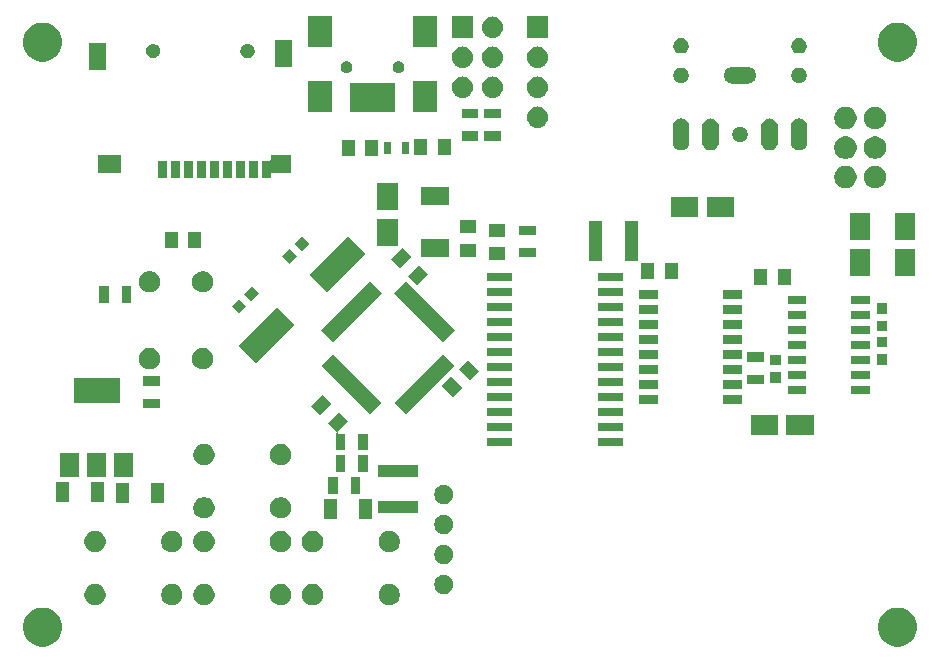
<source format=gbr>
G04 #@! TF.GenerationSoftware,KiCad,Pcbnew,(5.0.2)-1*
G04 #@! TF.CreationDate,2019-06-18T18:23:23-07:00*
G04 #@! TF.ProjectId,OPL3_VGM_Player,4f504c33-5f56-4474-9d5f-506c61796572,rev?*
G04 #@! TF.SameCoordinates,Original*
G04 #@! TF.FileFunction,Soldermask,Top*
G04 #@! TF.FilePolarity,Negative*
%FSLAX46Y46*%
G04 Gerber Fmt 4.6, Leading zero omitted, Abs format (unit mm)*
G04 Created by KiCad (PCBNEW (5.0.2)-1) date 6/18/2019 6:23:23 PM*
%MOMM*%
%LPD*%
G01*
G04 APERTURE LIST*
%ADD10C,0.100000*%
G04 APERTURE END LIST*
D10*
G36*
X226435256Y-135551298D02*
X226541579Y-135572447D01*
X226842042Y-135696903D01*
X227108852Y-135875180D01*
X227112454Y-135877587D01*
X227342413Y-136107546D01*
X227523098Y-136377960D01*
X227647553Y-136678422D01*
X227711000Y-136997389D01*
X227711000Y-137322611D01*
X227647553Y-137641578D01*
X227523098Y-137942040D01*
X227342413Y-138212454D01*
X227112454Y-138442413D01*
X227112451Y-138442415D01*
X226842042Y-138623097D01*
X226541579Y-138747553D01*
X226435256Y-138768702D01*
X226222611Y-138811000D01*
X225897389Y-138811000D01*
X225684744Y-138768702D01*
X225578421Y-138747553D01*
X225277958Y-138623097D01*
X225007549Y-138442415D01*
X225007546Y-138442413D01*
X224777587Y-138212454D01*
X224596902Y-137942040D01*
X224472447Y-137641578D01*
X224409000Y-137322611D01*
X224409000Y-136997389D01*
X224472447Y-136678422D01*
X224596902Y-136377960D01*
X224777587Y-136107546D01*
X225007546Y-135877587D01*
X225011148Y-135875180D01*
X225277958Y-135696903D01*
X225578421Y-135572447D01*
X225684744Y-135551298D01*
X225897389Y-135509000D01*
X226222611Y-135509000D01*
X226435256Y-135551298D01*
X226435256Y-135551298D01*
G37*
G36*
X154045256Y-135551298D02*
X154151579Y-135572447D01*
X154452042Y-135696903D01*
X154718852Y-135875180D01*
X154722454Y-135877587D01*
X154952413Y-136107546D01*
X155133098Y-136377960D01*
X155257553Y-136678422D01*
X155321000Y-136997389D01*
X155321000Y-137322611D01*
X155257553Y-137641578D01*
X155133098Y-137942040D01*
X154952413Y-138212454D01*
X154722454Y-138442413D01*
X154722451Y-138442415D01*
X154452042Y-138623097D01*
X154151579Y-138747553D01*
X154045256Y-138768702D01*
X153832611Y-138811000D01*
X153507389Y-138811000D01*
X153294744Y-138768702D01*
X153188421Y-138747553D01*
X152887958Y-138623097D01*
X152617549Y-138442415D01*
X152617546Y-138442413D01*
X152387587Y-138212454D01*
X152206902Y-137942040D01*
X152082447Y-137641578D01*
X152019000Y-137322611D01*
X152019000Y-136997389D01*
X152082447Y-136678422D01*
X152206902Y-136377960D01*
X152387587Y-136107546D01*
X152617546Y-135877587D01*
X152621148Y-135875180D01*
X152887958Y-135696903D01*
X153188421Y-135572447D01*
X153294744Y-135551298D01*
X153507389Y-135509000D01*
X153832611Y-135509000D01*
X154045256Y-135551298D01*
X154045256Y-135551298D01*
G37*
G36*
X183292812Y-133541924D02*
X183456784Y-133609844D01*
X183604354Y-133708447D01*
X183729853Y-133833946D01*
X183828456Y-133981516D01*
X183896376Y-134145488D01*
X183931000Y-134319559D01*
X183931000Y-134497041D01*
X183896376Y-134671112D01*
X183828456Y-134835084D01*
X183729853Y-134982654D01*
X183604354Y-135108153D01*
X183456784Y-135206756D01*
X183292812Y-135274676D01*
X183118741Y-135309300D01*
X182941259Y-135309300D01*
X182767188Y-135274676D01*
X182603216Y-135206756D01*
X182455646Y-135108153D01*
X182330147Y-134982654D01*
X182231544Y-134835084D01*
X182163624Y-134671112D01*
X182129000Y-134497041D01*
X182129000Y-134319559D01*
X182163624Y-134145488D01*
X182231544Y-133981516D01*
X182330147Y-133833946D01*
X182455646Y-133708447D01*
X182603216Y-133609844D01*
X182767188Y-133541924D01*
X182941259Y-133507300D01*
X183118741Y-133507300D01*
X183292812Y-133541924D01*
X183292812Y-133541924D01*
G37*
G36*
X164877812Y-133541924D02*
X165041784Y-133609844D01*
X165189354Y-133708447D01*
X165314853Y-133833946D01*
X165413456Y-133981516D01*
X165481376Y-134145488D01*
X165516000Y-134319559D01*
X165516000Y-134497041D01*
X165481376Y-134671112D01*
X165413456Y-134835084D01*
X165314853Y-134982654D01*
X165189354Y-135108153D01*
X165041784Y-135206756D01*
X164877812Y-135274676D01*
X164703741Y-135309300D01*
X164526259Y-135309300D01*
X164352188Y-135274676D01*
X164188216Y-135206756D01*
X164040646Y-135108153D01*
X163915147Y-134982654D01*
X163816544Y-134835084D01*
X163748624Y-134671112D01*
X163714000Y-134497041D01*
X163714000Y-134319559D01*
X163748624Y-134145488D01*
X163816544Y-133981516D01*
X163915147Y-133833946D01*
X164040646Y-133708447D01*
X164188216Y-133609844D01*
X164352188Y-133541924D01*
X164526259Y-133507300D01*
X164703741Y-133507300D01*
X164877812Y-133541924D01*
X164877812Y-133541924D01*
G37*
G36*
X158377812Y-133541924D02*
X158541784Y-133609844D01*
X158689354Y-133708447D01*
X158814853Y-133833946D01*
X158913456Y-133981516D01*
X158981376Y-134145488D01*
X159016000Y-134319559D01*
X159016000Y-134497041D01*
X158981376Y-134671112D01*
X158913456Y-134835084D01*
X158814853Y-134982654D01*
X158689354Y-135108153D01*
X158541784Y-135206756D01*
X158377812Y-135274676D01*
X158203741Y-135309300D01*
X158026259Y-135309300D01*
X157852188Y-135274676D01*
X157688216Y-135206756D01*
X157540646Y-135108153D01*
X157415147Y-134982654D01*
X157316544Y-134835084D01*
X157248624Y-134671112D01*
X157214000Y-134497041D01*
X157214000Y-134319559D01*
X157248624Y-134145488D01*
X157316544Y-133981516D01*
X157415147Y-133833946D01*
X157540646Y-133708447D01*
X157688216Y-133609844D01*
X157852188Y-133541924D01*
X158026259Y-133507300D01*
X158203741Y-133507300D01*
X158377812Y-133541924D01*
X158377812Y-133541924D01*
G37*
G36*
X174098012Y-133541924D02*
X174261984Y-133609844D01*
X174409554Y-133708447D01*
X174535053Y-133833946D01*
X174633656Y-133981516D01*
X174701576Y-134145488D01*
X174736200Y-134319559D01*
X174736200Y-134497041D01*
X174701576Y-134671112D01*
X174633656Y-134835084D01*
X174535053Y-134982654D01*
X174409554Y-135108153D01*
X174261984Y-135206756D01*
X174098012Y-135274676D01*
X173923941Y-135309300D01*
X173746459Y-135309300D01*
X173572388Y-135274676D01*
X173408416Y-135206756D01*
X173260846Y-135108153D01*
X173135347Y-134982654D01*
X173036744Y-134835084D01*
X172968824Y-134671112D01*
X172934200Y-134497041D01*
X172934200Y-134319559D01*
X172968824Y-134145488D01*
X173036744Y-133981516D01*
X173135347Y-133833946D01*
X173260846Y-133708447D01*
X173408416Y-133609844D01*
X173572388Y-133541924D01*
X173746459Y-133507300D01*
X173923941Y-133507300D01*
X174098012Y-133541924D01*
X174098012Y-133541924D01*
G37*
G36*
X176792812Y-133541924D02*
X176956784Y-133609844D01*
X177104354Y-133708447D01*
X177229853Y-133833946D01*
X177328456Y-133981516D01*
X177396376Y-134145488D01*
X177431000Y-134319559D01*
X177431000Y-134497041D01*
X177396376Y-134671112D01*
X177328456Y-134835084D01*
X177229853Y-134982654D01*
X177104354Y-135108153D01*
X176956784Y-135206756D01*
X176792812Y-135274676D01*
X176618741Y-135309300D01*
X176441259Y-135309300D01*
X176267188Y-135274676D01*
X176103216Y-135206756D01*
X175955646Y-135108153D01*
X175830147Y-134982654D01*
X175731544Y-134835084D01*
X175663624Y-134671112D01*
X175629000Y-134497041D01*
X175629000Y-134319559D01*
X175663624Y-134145488D01*
X175731544Y-133981516D01*
X175830147Y-133833946D01*
X175955646Y-133708447D01*
X176103216Y-133609844D01*
X176267188Y-133541924D01*
X176441259Y-133507300D01*
X176618741Y-133507300D01*
X176792812Y-133541924D01*
X176792812Y-133541924D01*
G37*
G36*
X167598012Y-133541924D02*
X167761984Y-133609844D01*
X167909554Y-133708447D01*
X168035053Y-133833946D01*
X168133656Y-133981516D01*
X168201576Y-134145488D01*
X168236200Y-134319559D01*
X168236200Y-134497041D01*
X168201576Y-134671112D01*
X168133656Y-134835084D01*
X168035053Y-134982654D01*
X167909554Y-135108153D01*
X167761984Y-135206756D01*
X167598012Y-135274676D01*
X167423941Y-135309300D01*
X167246459Y-135309300D01*
X167072388Y-135274676D01*
X166908416Y-135206756D01*
X166760846Y-135108153D01*
X166635347Y-134982654D01*
X166536744Y-134835084D01*
X166468824Y-134671112D01*
X166434200Y-134497041D01*
X166434200Y-134319559D01*
X166468824Y-134145488D01*
X166536744Y-133981516D01*
X166635347Y-133833946D01*
X166760846Y-133708447D01*
X166908416Y-133609844D01*
X167072388Y-133541924D01*
X167246459Y-133507300D01*
X167423941Y-133507300D01*
X167598012Y-133541924D01*
X167598012Y-133541924D01*
G37*
G36*
X187885742Y-132758242D02*
X188033702Y-132819530D01*
X188166858Y-132908502D01*
X188280098Y-133021742D01*
X188369070Y-133154898D01*
X188430358Y-133302858D01*
X188461600Y-133459925D01*
X188461600Y-133620075D01*
X188430358Y-133777142D01*
X188369070Y-133925102D01*
X188280098Y-134058258D01*
X188166858Y-134171498D01*
X188033702Y-134260470D01*
X187885742Y-134321758D01*
X187728675Y-134353000D01*
X187568525Y-134353000D01*
X187411458Y-134321758D01*
X187263498Y-134260470D01*
X187130342Y-134171498D01*
X187017102Y-134058258D01*
X186928130Y-133925102D01*
X186866842Y-133777142D01*
X186835600Y-133620075D01*
X186835600Y-133459925D01*
X186866842Y-133302858D01*
X186928130Y-133154898D01*
X187017102Y-133021742D01*
X187130342Y-132908502D01*
X187263498Y-132819530D01*
X187411458Y-132758242D01*
X187568525Y-132727000D01*
X187728675Y-132727000D01*
X187885742Y-132758242D01*
X187885742Y-132758242D01*
G37*
G36*
X187885742Y-130218242D02*
X188033702Y-130279530D01*
X188100730Y-130324317D01*
X188166857Y-130368501D01*
X188280099Y-130481743D01*
X188324283Y-130547870D01*
X188369070Y-130614898D01*
X188430358Y-130762858D01*
X188461600Y-130919925D01*
X188461600Y-131080075D01*
X188430358Y-131237142D01*
X188369070Y-131385102D01*
X188280098Y-131518258D01*
X188166858Y-131631498D01*
X188033702Y-131720470D01*
X187885742Y-131781758D01*
X187728675Y-131813000D01*
X187568525Y-131813000D01*
X187411458Y-131781758D01*
X187263498Y-131720470D01*
X187130342Y-131631498D01*
X187017102Y-131518258D01*
X186928130Y-131385102D01*
X186866842Y-131237142D01*
X186835600Y-131080075D01*
X186835600Y-130919925D01*
X186866842Y-130762858D01*
X186928130Y-130614898D01*
X186972917Y-130547870D01*
X187017101Y-130481743D01*
X187130343Y-130368501D01*
X187196470Y-130324317D01*
X187263498Y-130279530D01*
X187411458Y-130218242D01*
X187568525Y-130187000D01*
X187728675Y-130187000D01*
X187885742Y-130218242D01*
X187885742Y-130218242D01*
G37*
G36*
X158377812Y-129041924D02*
X158541784Y-129109844D01*
X158689354Y-129208447D01*
X158814853Y-129333946D01*
X158913456Y-129481516D01*
X158981376Y-129645488D01*
X159016000Y-129819559D01*
X159016000Y-129997041D01*
X158981376Y-130171112D01*
X158913456Y-130335084D01*
X158814853Y-130482654D01*
X158689354Y-130608153D01*
X158541784Y-130706756D01*
X158377812Y-130774676D01*
X158203741Y-130809300D01*
X158026259Y-130809300D01*
X157852188Y-130774676D01*
X157688216Y-130706756D01*
X157540646Y-130608153D01*
X157415147Y-130482654D01*
X157316544Y-130335084D01*
X157248624Y-130171112D01*
X157214000Y-129997041D01*
X157214000Y-129819559D01*
X157248624Y-129645488D01*
X157316544Y-129481516D01*
X157415147Y-129333946D01*
X157540646Y-129208447D01*
X157688216Y-129109844D01*
X157852188Y-129041924D01*
X158026259Y-129007300D01*
X158203741Y-129007300D01*
X158377812Y-129041924D01*
X158377812Y-129041924D01*
G37*
G36*
X183292812Y-129041924D02*
X183456784Y-129109844D01*
X183604354Y-129208447D01*
X183729853Y-129333946D01*
X183828456Y-129481516D01*
X183896376Y-129645488D01*
X183931000Y-129819559D01*
X183931000Y-129997041D01*
X183896376Y-130171112D01*
X183828456Y-130335084D01*
X183729853Y-130482654D01*
X183604354Y-130608153D01*
X183456784Y-130706756D01*
X183292812Y-130774676D01*
X183118741Y-130809300D01*
X182941259Y-130809300D01*
X182767188Y-130774676D01*
X182603216Y-130706756D01*
X182455646Y-130608153D01*
X182330147Y-130482654D01*
X182231544Y-130335084D01*
X182163624Y-130171112D01*
X182129000Y-129997041D01*
X182129000Y-129819559D01*
X182163624Y-129645488D01*
X182231544Y-129481516D01*
X182330147Y-129333946D01*
X182455646Y-129208447D01*
X182603216Y-129109844D01*
X182767188Y-129041924D01*
X182941259Y-129007300D01*
X183118741Y-129007300D01*
X183292812Y-129041924D01*
X183292812Y-129041924D01*
G37*
G36*
X176792812Y-129041924D02*
X176956784Y-129109844D01*
X177104354Y-129208447D01*
X177229853Y-129333946D01*
X177328456Y-129481516D01*
X177396376Y-129645488D01*
X177431000Y-129819559D01*
X177431000Y-129997041D01*
X177396376Y-130171112D01*
X177328456Y-130335084D01*
X177229853Y-130482654D01*
X177104354Y-130608153D01*
X176956784Y-130706756D01*
X176792812Y-130774676D01*
X176618741Y-130809300D01*
X176441259Y-130809300D01*
X176267188Y-130774676D01*
X176103216Y-130706756D01*
X175955646Y-130608153D01*
X175830147Y-130482654D01*
X175731544Y-130335084D01*
X175663624Y-130171112D01*
X175629000Y-129997041D01*
X175629000Y-129819559D01*
X175663624Y-129645488D01*
X175731544Y-129481516D01*
X175830147Y-129333946D01*
X175955646Y-129208447D01*
X176103216Y-129109844D01*
X176267188Y-129041924D01*
X176441259Y-129007300D01*
X176618741Y-129007300D01*
X176792812Y-129041924D01*
X176792812Y-129041924D01*
G37*
G36*
X167598012Y-129041924D02*
X167761984Y-129109844D01*
X167909554Y-129208447D01*
X168035053Y-129333946D01*
X168133656Y-129481516D01*
X168201576Y-129645488D01*
X168236200Y-129819559D01*
X168236200Y-129997041D01*
X168201576Y-130171112D01*
X168133656Y-130335084D01*
X168035053Y-130482654D01*
X167909554Y-130608153D01*
X167761984Y-130706756D01*
X167598012Y-130774676D01*
X167423941Y-130809300D01*
X167246459Y-130809300D01*
X167072388Y-130774676D01*
X166908416Y-130706756D01*
X166760846Y-130608153D01*
X166635347Y-130482654D01*
X166536744Y-130335084D01*
X166468824Y-130171112D01*
X166434200Y-129997041D01*
X166434200Y-129819559D01*
X166468824Y-129645488D01*
X166536744Y-129481516D01*
X166635347Y-129333946D01*
X166760846Y-129208447D01*
X166908416Y-129109844D01*
X167072388Y-129041924D01*
X167246459Y-129007300D01*
X167423941Y-129007300D01*
X167598012Y-129041924D01*
X167598012Y-129041924D01*
G37*
G36*
X174098012Y-129041924D02*
X174261984Y-129109844D01*
X174409554Y-129208447D01*
X174535053Y-129333946D01*
X174633656Y-129481516D01*
X174701576Y-129645488D01*
X174736200Y-129819559D01*
X174736200Y-129997041D01*
X174701576Y-130171112D01*
X174633656Y-130335084D01*
X174535053Y-130482654D01*
X174409554Y-130608153D01*
X174261984Y-130706756D01*
X174098012Y-130774676D01*
X173923941Y-130809300D01*
X173746459Y-130809300D01*
X173572388Y-130774676D01*
X173408416Y-130706756D01*
X173260846Y-130608153D01*
X173135347Y-130482654D01*
X173036744Y-130335084D01*
X172968824Y-130171112D01*
X172934200Y-129997041D01*
X172934200Y-129819559D01*
X172968824Y-129645488D01*
X173036744Y-129481516D01*
X173135347Y-129333946D01*
X173260846Y-129208447D01*
X173408416Y-129109844D01*
X173572388Y-129041924D01*
X173746459Y-129007300D01*
X173923941Y-129007300D01*
X174098012Y-129041924D01*
X174098012Y-129041924D01*
G37*
G36*
X164877812Y-129041924D02*
X165041784Y-129109844D01*
X165189354Y-129208447D01*
X165314853Y-129333946D01*
X165413456Y-129481516D01*
X165481376Y-129645488D01*
X165516000Y-129819559D01*
X165516000Y-129997041D01*
X165481376Y-130171112D01*
X165413456Y-130335084D01*
X165314853Y-130482654D01*
X165189354Y-130608153D01*
X165041784Y-130706756D01*
X164877812Y-130774676D01*
X164703741Y-130809300D01*
X164526259Y-130809300D01*
X164352188Y-130774676D01*
X164188216Y-130706756D01*
X164040646Y-130608153D01*
X163915147Y-130482654D01*
X163816544Y-130335084D01*
X163748624Y-130171112D01*
X163714000Y-129997041D01*
X163714000Y-129819559D01*
X163748624Y-129645488D01*
X163816544Y-129481516D01*
X163915147Y-129333946D01*
X164040646Y-129208447D01*
X164188216Y-129109844D01*
X164352188Y-129041924D01*
X164526259Y-129007300D01*
X164703741Y-129007300D01*
X164877812Y-129041924D01*
X164877812Y-129041924D01*
G37*
G36*
X187885742Y-127678242D02*
X188033702Y-127739530D01*
X188166858Y-127828502D01*
X188280098Y-127941742D01*
X188369070Y-128074898D01*
X188430358Y-128222858D01*
X188461600Y-128379925D01*
X188461600Y-128540075D01*
X188430358Y-128697142D01*
X188382954Y-128811583D01*
X188369071Y-128845100D01*
X188280099Y-128978257D01*
X188166857Y-129091499D01*
X188100730Y-129135683D01*
X188033702Y-129180470D01*
X187885742Y-129241758D01*
X187728675Y-129273000D01*
X187568525Y-129273000D01*
X187411458Y-129241758D01*
X187263498Y-129180470D01*
X187196470Y-129135683D01*
X187130343Y-129091499D01*
X187017101Y-128978257D01*
X186928129Y-128845100D01*
X186914246Y-128811583D01*
X186866842Y-128697142D01*
X186835600Y-128540075D01*
X186835600Y-128379925D01*
X186866842Y-128222858D01*
X186928130Y-128074898D01*
X187017102Y-127941742D01*
X187130342Y-127828502D01*
X187263498Y-127739530D01*
X187411458Y-127678242D01*
X187568525Y-127647000D01*
X187728675Y-127647000D01*
X187885742Y-127678242D01*
X187885742Y-127678242D01*
G37*
G36*
X181590900Y-128041500D02*
X180488900Y-128041500D01*
X180488900Y-126339500D01*
X181590900Y-126339500D01*
X181590900Y-128041500D01*
X181590900Y-128041500D01*
G37*
G36*
X178590900Y-128041500D02*
X177488900Y-128041500D01*
X177488900Y-126339500D01*
X178590900Y-126339500D01*
X178590900Y-128041500D01*
X178590900Y-128041500D01*
G37*
G36*
X174098012Y-126188624D02*
X174261984Y-126256544D01*
X174409554Y-126355147D01*
X174535053Y-126480646D01*
X174633656Y-126628216D01*
X174701576Y-126792188D01*
X174736200Y-126966259D01*
X174736200Y-127143741D01*
X174701576Y-127317812D01*
X174633656Y-127481784D01*
X174535053Y-127629354D01*
X174409554Y-127754853D01*
X174261984Y-127853456D01*
X174098012Y-127921376D01*
X173923941Y-127956000D01*
X173746459Y-127956000D01*
X173572388Y-127921376D01*
X173408416Y-127853456D01*
X173260846Y-127754853D01*
X173135347Y-127629354D01*
X173036744Y-127481784D01*
X172968824Y-127317812D01*
X172934200Y-127143741D01*
X172934200Y-126966259D01*
X172968824Y-126792188D01*
X173036744Y-126628216D01*
X173135347Y-126480646D01*
X173260846Y-126355147D01*
X173408416Y-126256544D01*
X173572388Y-126188624D01*
X173746459Y-126154000D01*
X173923941Y-126154000D01*
X174098012Y-126188624D01*
X174098012Y-126188624D01*
G37*
G36*
X167598012Y-126188624D02*
X167761984Y-126256544D01*
X167909554Y-126355147D01*
X168035053Y-126480646D01*
X168133656Y-126628216D01*
X168201576Y-126792188D01*
X168236200Y-126966259D01*
X168236200Y-127143741D01*
X168201576Y-127317812D01*
X168133656Y-127481784D01*
X168035053Y-127629354D01*
X167909554Y-127754853D01*
X167761984Y-127853456D01*
X167598012Y-127921376D01*
X167423941Y-127956000D01*
X167246459Y-127956000D01*
X167072388Y-127921376D01*
X166908416Y-127853456D01*
X166760846Y-127754853D01*
X166635347Y-127629354D01*
X166536744Y-127481784D01*
X166468824Y-127317812D01*
X166434200Y-127143741D01*
X166434200Y-126966259D01*
X166468824Y-126792188D01*
X166536744Y-126628216D01*
X166635347Y-126480646D01*
X166760846Y-126355147D01*
X166908416Y-126256544D01*
X167072388Y-126188624D01*
X167246459Y-126154000D01*
X167423941Y-126154000D01*
X167598012Y-126188624D01*
X167598012Y-126188624D01*
G37*
G36*
X185457300Y-127538700D02*
X182055300Y-127538700D01*
X182055300Y-126486700D01*
X185457300Y-126486700D01*
X185457300Y-127538700D01*
X185457300Y-127538700D01*
G37*
G36*
X187885742Y-125138242D02*
X188033702Y-125199530D01*
X188166858Y-125288502D01*
X188280098Y-125401742D01*
X188369070Y-125534898D01*
X188430358Y-125682858D01*
X188461600Y-125839925D01*
X188461600Y-126000075D01*
X188430358Y-126157142D01*
X188369070Y-126305102D01*
X188280098Y-126438258D01*
X188166858Y-126551498D01*
X188033702Y-126640470D01*
X187885742Y-126701758D01*
X187728675Y-126733000D01*
X187568525Y-126733000D01*
X187411458Y-126701758D01*
X187263498Y-126640470D01*
X187130342Y-126551498D01*
X187017102Y-126438258D01*
X186928130Y-126305102D01*
X186866842Y-126157142D01*
X186835600Y-126000075D01*
X186835600Y-125839925D01*
X186866842Y-125682858D01*
X186928130Y-125534898D01*
X187017102Y-125401742D01*
X187130342Y-125288502D01*
X187263498Y-125199530D01*
X187411458Y-125138242D01*
X187568525Y-125107000D01*
X187728675Y-125107000D01*
X187885742Y-125138242D01*
X187885742Y-125138242D01*
G37*
G36*
X163976000Y-126644500D02*
X162874000Y-126644500D01*
X162874000Y-124942500D01*
X163976000Y-124942500D01*
X163976000Y-126644500D01*
X163976000Y-126644500D01*
G37*
G36*
X160976000Y-126644500D02*
X159874000Y-126644500D01*
X159874000Y-124942500D01*
X160976000Y-124942500D01*
X160976000Y-126644500D01*
X160976000Y-126644500D01*
G37*
G36*
X155896000Y-126581000D02*
X154794000Y-126581000D01*
X154794000Y-124879000D01*
X155896000Y-124879000D01*
X155896000Y-126581000D01*
X155896000Y-126581000D01*
G37*
G36*
X158896000Y-126581000D02*
X157794000Y-126581000D01*
X157794000Y-124879000D01*
X158896000Y-124879000D01*
X158896000Y-126581000D01*
X158896000Y-126581000D01*
G37*
G36*
X180573400Y-125884900D02*
X179771400Y-125884900D01*
X179771400Y-124482900D01*
X180573400Y-124482900D01*
X180573400Y-125884900D01*
X180573400Y-125884900D01*
G37*
G36*
X178673400Y-125884900D02*
X177871400Y-125884900D01*
X177871400Y-124482900D01*
X178673400Y-124482900D01*
X178673400Y-125884900D01*
X178673400Y-125884900D01*
G37*
G36*
X185457300Y-124488700D02*
X182055300Y-124488700D01*
X182055300Y-123436700D01*
X185457300Y-123436700D01*
X185457300Y-124488700D01*
X185457300Y-124488700D01*
G37*
G36*
X161368400Y-124482700D02*
X159766400Y-124482700D01*
X159766400Y-122380700D01*
X161368400Y-122380700D01*
X161368400Y-124482700D01*
X161368400Y-124482700D01*
G37*
G36*
X156768400Y-124482700D02*
X155166400Y-124482700D01*
X155166400Y-122380700D01*
X156768400Y-122380700D01*
X156768400Y-124482700D01*
X156768400Y-124482700D01*
G37*
G36*
X159068400Y-124482700D02*
X157466400Y-124482700D01*
X157466400Y-122380700D01*
X159068400Y-122380700D01*
X159068400Y-124482700D01*
X159068400Y-124482700D01*
G37*
G36*
X181208400Y-124018000D02*
X180406400Y-124018000D01*
X180406400Y-122616000D01*
X181208400Y-122616000D01*
X181208400Y-124018000D01*
X181208400Y-124018000D01*
G37*
G36*
X179308400Y-124018000D02*
X178506400Y-124018000D01*
X178506400Y-122616000D01*
X179308400Y-122616000D01*
X179308400Y-124018000D01*
X179308400Y-124018000D01*
G37*
G36*
X174098012Y-121688624D02*
X174261984Y-121756544D01*
X174409554Y-121855147D01*
X174535053Y-121980646D01*
X174633656Y-122128216D01*
X174701576Y-122292188D01*
X174736200Y-122466259D01*
X174736200Y-122643741D01*
X174701576Y-122817812D01*
X174633656Y-122981784D01*
X174535053Y-123129354D01*
X174409554Y-123254853D01*
X174261984Y-123353456D01*
X174098012Y-123421376D01*
X173923941Y-123456000D01*
X173746459Y-123456000D01*
X173572388Y-123421376D01*
X173408416Y-123353456D01*
X173260846Y-123254853D01*
X173135347Y-123129354D01*
X173036744Y-122981784D01*
X172968824Y-122817812D01*
X172934200Y-122643741D01*
X172934200Y-122466259D01*
X172968824Y-122292188D01*
X173036744Y-122128216D01*
X173135347Y-121980646D01*
X173260846Y-121855147D01*
X173408416Y-121756544D01*
X173572388Y-121688624D01*
X173746459Y-121654000D01*
X173923941Y-121654000D01*
X174098012Y-121688624D01*
X174098012Y-121688624D01*
G37*
G36*
X167598012Y-121688624D02*
X167761984Y-121756544D01*
X167909554Y-121855147D01*
X168035053Y-121980646D01*
X168133656Y-122128216D01*
X168201576Y-122292188D01*
X168236200Y-122466259D01*
X168236200Y-122643741D01*
X168201576Y-122817812D01*
X168133656Y-122981784D01*
X168035053Y-123129354D01*
X167909554Y-123254853D01*
X167761984Y-123353456D01*
X167598012Y-123421376D01*
X167423941Y-123456000D01*
X167246459Y-123456000D01*
X167072388Y-123421376D01*
X166908416Y-123353456D01*
X166760846Y-123254853D01*
X166635347Y-123129354D01*
X166536744Y-122981784D01*
X166468824Y-122817812D01*
X166434200Y-122643741D01*
X166434200Y-122466259D01*
X166468824Y-122292188D01*
X166536744Y-122128216D01*
X166635347Y-121980646D01*
X166760846Y-121855147D01*
X166908416Y-121756544D01*
X167072388Y-121688624D01*
X167246459Y-121654000D01*
X167423941Y-121654000D01*
X167598012Y-121688624D01*
X167598012Y-121688624D01*
G37*
G36*
X179577928Y-119693919D02*
X178698035Y-120573812D01*
X178682489Y-120592754D01*
X178670938Y-120614365D01*
X178663825Y-120637814D01*
X178661423Y-120662200D01*
X178663825Y-120686586D01*
X178670938Y-120710035D01*
X178682489Y-120731646D01*
X178698035Y-120750588D01*
X178716977Y-120766134D01*
X178738588Y-120777685D01*
X178762037Y-120784798D01*
X178786423Y-120787200D01*
X179308400Y-120787200D01*
X179308400Y-122189200D01*
X178506400Y-122189200D01*
X178506400Y-120777070D01*
X178526861Y-120766134D01*
X178545803Y-120750588D01*
X178561349Y-120731646D01*
X178572900Y-120710035D01*
X178580013Y-120686586D01*
X178582415Y-120662200D01*
X178580013Y-120637814D01*
X178572900Y-120614365D01*
X178561349Y-120592754D01*
X178545803Y-120573812D01*
X177842686Y-119870695D01*
X178798695Y-118914686D01*
X179577928Y-119693919D01*
X179577928Y-119693919D01*
G37*
G36*
X181208400Y-122189200D02*
X180406400Y-122189200D01*
X180406400Y-120787200D01*
X181208400Y-120787200D01*
X181208400Y-122189200D01*
X181208400Y-122189200D01*
G37*
G36*
X202829600Y-121864600D02*
X200727600Y-121864600D01*
X200727600Y-121162600D01*
X202829600Y-121162600D01*
X202829600Y-121864600D01*
X202829600Y-121864600D01*
G37*
G36*
X193429600Y-121864600D02*
X191327600Y-121864600D01*
X191327600Y-121162600D01*
X193429600Y-121162600D01*
X193429600Y-121864600D01*
X193429600Y-121864600D01*
G37*
G36*
X218957400Y-120904100D02*
X216655400Y-120904100D01*
X216655400Y-119202100D01*
X218957400Y-119202100D01*
X218957400Y-120904100D01*
X218957400Y-120904100D01*
G37*
G36*
X215957400Y-120904100D02*
X213655400Y-120904100D01*
X213655400Y-119202100D01*
X215957400Y-119202100D01*
X215957400Y-120904100D01*
X215957400Y-120904100D01*
G37*
G36*
X193429600Y-120594600D02*
X191327600Y-120594600D01*
X191327600Y-119892600D01*
X193429600Y-119892600D01*
X193429600Y-120594600D01*
X193429600Y-120594600D01*
G37*
G36*
X202829600Y-120594600D02*
X200727600Y-120594600D01*
X200727600Y-119892600D01*
X202829600Y-119892600D01*
X202829600Y-120594600D01*
X202829600Y-120594600D01*
G37*
G36*
X202829600Y-119324600D02*
X200727600Y-119324600D01*
X200727600Y-118622600D01*
X202829600Y-118622600D01*
X202829600Y-119324600D01*
X202829600Y-119324600D01*
G37*
G36*
X193429600Y-119324600D02*
X191327600Y-119324600D01*
X191327600Y-118622600D01*
X193429600Y-118622600D01*
X193429600Y-119324600D01*
X193429600Y-119324600D01*
G37*
G36*
X178163714Y-118279705D02*
X177207705Y-119235714D01*
X176428472Y-118456481D01*
X177384481Y-117500472D01*
X178163714Y-118279705D01*
X178163714Y-118279705D01*
G37*
G36*
X188571391Y-115015202D02*
X184433402Y-119153191D01*
X183442038Y-118161827D01*
X187580027Y-114023838D01*
X188571391Y-115015202D01*
X188571391Y-115015202D01*
G37*
G36*
X182419562Y-118161827D02*
X181428198Y-119153191D01*
X177290209Y-115015202D01*
X178281573Y-114023838D01*
X182419562Y-118161827D01*
X182419562Y-118161827D01*
G37*
G36*
X163616600Y-118610100D02*
X162214600Y-118610100D01*
X162214600Y-117808100D01*
X163616600Y-117808100D01*
X163616600Y-118610100D01*
X163616600Y-118610100D01*
G37*
G36*
X212859600Y-118232400D02*
X211257600Y-118232400D01*
X211257600Y-117530400D01*
X212859600Y-117530400D01*
X212859600Y-118232400D01*
X212859600Y-118232400D01*
G37*
G36*
X205759600Y-118232400D02*
X204157600Y-118232400D01*
X204157600Y-117530400D01*
X205759600Y-117530400D01*
X205759600Y-118232400D01*
X205759600Y-118232400D01*
G37*
G36*
X160218400Y-118182700D02*
X156316400Y-118182700D01*
X156316400Y-116080700D01*
X160218400Y-116080700D01*
X160218400Y-118182700D01*
X160218400Y-118182700D01*
G37*
G36*
X193429600Y-118054600D02*
X191327600Y-118054600D01*
X191327600Y-117352600D01*
X193429600Y-117352600D01*
X193429600Y-118054600D01*
X193429600Y-118054600D01*
G37*
G36*
X202829600Y-118054600D02*
X200727600Y-118054600D01*
X200727600Y-117352600D01*
X202829600Y-117352600D01*
X202829600Y-118054600D01*
X202829600Y-118054600D01*
G37*
G36*
X189221321Y-116890288D02*
X188442088Y-117669521D01*
X187486079Y-116713512D01*
X188265312Y-115934279D01*
X189221321Y-116890288D01*
X189221321Y-116890288D01*
G37*
G36*
X223757100Y-117419600D02*
X222155100Y-117419600D01*
X222155100Y-116717600D01*
X223757100Y-116717600D01*
X223757100Y-117419600D01*
X223757100Y-117419600D01*
G37*
G36*
X218357100Y-117419600D02*
X216755100Y-117419600D01*
X216755100Y-116717600D01*
X218357100Y-116717600D01*
X218357100Y-117419600D01*
X218357100Y-117419600D01*
G37*
G36*
X212859600Y-116962400D02*
X211257600Y-116962400D01*
X211257600Y-116260400D01*
X212859600Y-116260400D01*
X212859600Y-116962400D01*
X212859600Y-116962400D01*
G37*
G36*
X205759600Y-116962400D02*
X204157600Y-116962400D01*
X204157600Y-116260400D01*
X205759600Y-116260400D01*
X205759600Y-116962400D01*
X205759600Y-116962400D01*
G37*
G36*
X193429600Y-116784600D02*
X191327600Y-116784600D01*
X191327600Y-116082600D01*
X193429600Y-116082600D01*
X193429600Y-116784600D01*
X193429600Y-116784600D01*
G37*
G36*
X202829600Y-116784600D02*
X200727600Y-116784600D01*
X200727600Y-116082600D01*
X202829600Y-116082600D01*
X202829600Y-116784600D01*
X202829600Y-116784600D01*
G37*
G36*
X163616600Y-116710100D02*
X162214600Y-116710100D01*
X162214600Y-115908100D01*
X163616600Y-115908100D01*
X163616600Y-116710100D01*
X163616600Y-116710100D01*
G37*
G36*
X214759500Y-116578100D02*
X213357500Y-116578100D01*
X213357500Y-115776100D01*
X214759500Y-115776100D01*
X214759500Y-116578100D01*
X214759500Y-116578100D01*
G37*
G36*
X216160900Y-116491600D02*
X215308900Y-116491600D01*
X215308900Y-115589600D01*
X216160900Y-115589600D01*
X216160900Y-116491600D01*
X216160900Y-116491600D01*
G37*
G36*
X190635535Y-115476074D02*
X189856302Y-116255307D01*
X188900293Y-115299298D01*
X189679526Y-114520065D01*
X190635535Y-115476074D01*
X190635535Y-115476074D01*
G37*
G36*
X218357100Y-116149600D02*
X216755100Y-116149600D01*
X216755100Y-115447600D01*
X218357100Y-115447600D01*
X218357100Y-116149600D01*
X218357100Y-116149600D01*
G37*
G36*
X223757100Y-116149600D02*
X222155100Y-116149600D01*
X222155100Y-115447600D01*
X223757100Y-115447600D01*
X223757100Y-116149600D01*
X223757100Y-116149600D01*
G37*
G36*
X212859600Y-115692400D02*
X211257600Y-115692400D01*
X211257600Y-114990400D01*
X212859600Y-114990400D01*
X212859600Y-115692400D01*
X212859600Y-115692400D01*
G37*
G36*
X205759600Y-115692400D02*
X204157600Y-115692400D01*
X204157600Y-114990400D01*
X205759600Y-114990400D01*
X205759600Y-115692400D01*
X205759600Y-115692400D01*
G37*
G36*
X202829600Y-115514600D02*
X200727600Y-115514600D01*
X200727600Y-114812600D01*
X202829600Y-114812600D01*
X202829600Y-115514600D01*
X202829600Y-115514600D01*
G37*
G36*
X193429600Y-115514600D02*
X191327600Y-115514600D01*
X191327600Y-114812600D01*
X193429600Y-114812600D01*
X193429600Y-115514600D01*
X193429600Y-115514600D01*
G37*
G36*
X167496412Y-113558224D02*
X167660384Y-113626144D01*
X167807954Y-113724747D01*
X167933453Y-113850246D01*
X168032056Y-113997816D01*
X168099976Y-114161788D01*
X168134600Y-114335859D01*
X168134600Y-114513341D01*
X168099976Y-114687412D01*
X168032056Y-114851384D01*
X167933453Y-114998954D01*
X167807954Y-115124453D01*
X167660384Y-115223056D01*
X167496412Y-115290976D01*
X167322341Y-115325600D01*
X167144859Y-115325600D01*
X166970788Y-115290976D01*
X166806816Y-115223056D01*
X166659246Y-115124453D01*
X166533747Y-114998954D01*
X166435144Y-114851384D01*
X166367224Y-114687412D01*
X166332600Y-114513341D01*
X166332600Y-114335859D01*
X166367224Y-114161788D01*
X166435144Y-113997816D01*
X166533747Y-113850246D01*
X166659246Y-113724747D01*
X166806816Y-113626144D01*
X166970788Y-113558224D01*
X167144859Y-113523600D01*
X167322341Y-113523600D01*
X167496412Y-113558224D01*
X167496412Y-113558224D01*
G37*
G36*
X162996412Y-113558224D02*
X163160384Y-113626144D01*
X163307954Y-113724747D01*
X163433453Y-113850246D01*
X163532056Y-113997816D01*
X163599976Y-114161788D01*
X163634600Y-114335859D01*
X163634600Y-114513341D01*
X163599976Y-114687412D01*
X163532056Y-114851384D01*
X163433453Y-114998954D01*
X163307954Y-115124453D01*
X163160384Y-115223056D01*
X162996412Y-115290976D01*
X162822341Y-115325600D01*
X162644859Y-115325600D01*
X162470788Y-115290976D01*
X162306816Y-115223056D01*
X162159246Y-115124453D01*
X162033747Y-114998954D01*
X161935144Y-114851384D01*
X161867224Y-114687412D01*
X161832600Y-114513341D01*
X161832600Y-114335859D01*
X161867224Y-114161788D01*
X161935144Y-113997816D01*
X162033747Y-113850246D01*
X162159246Y-113724747D01*
X162306816Y-113626144D01*
X162470788Y-113558224D01*
X162644859Y-113523600D01*
X162822341Y-113523600D01*
X162996412Y-113558224D01*
X162996412Y-113558224D01*
G37*
G36*
X216160900Y-114991600D02*
X215308900Y-114991600D01*
X215308900Y-114089600D01*
X216160900Y-114089600D01*
X216160900Y-114991600D01*
X216160900Y-114991600D01*
G37*
G36*
X225152500Y-114967600D02*
X224300500Y-114967600D01*
X224300500Y-114065600D01*
X225152500Y-114065600D01*
X225152500Y-114967600D01*
X225152500Y-114967600D01*
G37*
G36*
X223757100Y-114879600D02*
X222155100Y-114879600D01*
X222155100Y-114177600D01*
X223757100Y-114177600D01*
X223757100Y-114879600D01*
X223757100Y-114879600D01*
G37*
G36*
X218357100Y-114879600D02*
X216755100Y-114879600D01*
X216755100Y-114177600D01*
X218357100Y-114177600D01*
X218357100Y-114879600D01*
X218357100Y-114879600D01*
G37*
G36*
X175044119Y-111557221D02*
X171790013Y-114811327D01*
X170303673Y-113324987D01*
X173557779Y-110070881D01*
X175044119Y-111557221D01*
X175044119Y-111557221D01*
G37*
G36*
X214759500Y-114678100D02*
X213357500Y-114678100D01*
X213357500Y-113876100D01*
X214759500Y-113876100D01*
X214759500Y-114678100D01*
X214759500Y-114678100D01*
G37*
G36*
X205759600Y-114422400D02*
X204157600Y-114422400D01*
X204157600Y-113720400D01*
X205759600Y-113720400D01*
X205759600Y-114422400D01*
X205759600Y-114422400D01*
G37*
G36*
X212859600Y-114422400D02*
X211257600Y-114422400D01*
X211257600Y-113720400D01*
X212859600Y-113720400D01*
X212859600Y-114422400D01*
X212859600Y-114422400D01*
G37*
G36*
X202829600Y-114244600D02*
X200727600Y-114244600D01*
X200727600Y-113542600D01*
X202829600Y-113542600D01*
X202829600Y-114244600D01*
X202829600Y-114244600D01*
G37*
G36*
X193429600Y-114244600D02*
X191327600Y-114244600D01*
X191327600Y-113542600D01*
X193429600Y-113542600D01*
X193429600Y-114244600D01*
X193429600Y-114244600D01*
G37*
G36*
X218357100Y-113609600D02*
X216755100Y-113609600D01*
X216755100Y-112907600D01*
X218357100Y-112907600D01*
X218357100Y-113609600D01*
X218357100Y-113609600D01*
G37*
G36*
X223757100Y-113609600D02*
X222155100Y-113609600D01*
X222155100Y-112907600D01*
X223757100Y-112907600D01*
X223757100Y-113609600D01*
X223757100Y-113609600D01*
G37*
G36*
X225152500Y-113467600D02*
X224300500Y-113467600D01*
X224300500Y-112565600D01*
X225152500Y-112565600D01*
X225152500Y-113467600D01*
X225152500Y-113467600D01*
G37*
G36*
X205759600Y-113152400D02*
X204157600Y-113152400D01*
X204157600Y-112450400D01*
X205759600Y-112450400D01*
X205759600Y-113152400D01*
X205759600Y-113152400D01*
G37*
G36*
X212859600Y-113152400D02*
X211257600Y-113152400D01*
X211257600Y-112450400D01*
X212859600Y-112450400D01*
X212859600Y-113152400D01*
X212859600Y-113152400D01*
G37*
G36*
X182419562Y-108863373D02*
X178281573Y-113001362D01*
X177290209Y-112009998D01*
X181428198Y-107872009D01*
X182419562Y-108863373D01*
X182419562Y-108863373D01*
G37*
G36*
X188571391Y-112009998D02*
X187580027Y-113001362D01*
X183442038Y-108863373D01*
X184433402Y-107872009D01*
X188571391Y-112009998D01*
X188571391Y-112009998D01*
G37*
G36*
X202829600Y-112974600D02*
X200727600Y-112974600D01*
X200727600Y-112272600D01*
X202829600Y-112272600D01*
X202829600Y-112974600D01*
X202829600Y-112974600D01*
G37*
G36*
X193429600Y-112974600D02*
X191327600Y-112974600D01*
X191327600Y-112272600D01*
X193429600Y-112272600D01*
X193429600Y-112974600D01*
X193429600Y-112974600D01*
G37*
G36*
X218357100Y-112339600D02*
X216755100Y-112339600D01*
X216755100Y-111637600D01*
X218357100Y-111637600D01*
X218357100Y-112339600D01*
X218357100Y-112339600D01*
G37*
G36*
X223757100Y-112339600D02*
X222155100Y-112339600D01*
X222155100Y-111637600D01*
X223757100Y-111637600D01*
X223757100Y-112339600D01*
X223757100Y-112339600D01*
G37*
G36*
X225165200Y-112110100D02*
X224313200Y-112110100D01*
X224313200Y-111208100D01*
X225165200Y-111208100D01*
X225165200Y-112110100D01*
X225165200Y-112110100D01*
G37*
G36*
X205759600Y-111882400D02*
X204157600Y-111882400D01*
X204157600Y-111180400D01*
X205759600Y-111180400D01*
X205759600Y-111882400D01*
X205759600Y-111882400D01*
G37*
G36*
X212859600Y-111882400D02*
X211257600Y-111882400D01*
X211257600Y-111180400D01*
X212859600Y-111180400D01*
X212859600Y-111882400D01*
X212859600Y-111882400D01*
G37*
G36*
X193429600Y-111704600D02*
X191327600Y-111704600D01*
X191327600Y-111002600D01*
X193429600Y-111002600D01*
X193429600Y-111704600D01*
X193429600Y-111704600D01*
G37*
G36*
X202829600Y-111704600D02*
X200727600Y-111704600D01*
X200727600Y-111002600D01*
X202829600Y-111002600D01*
X202829600Y-111704600D01*
X202829600Y-111704600D01*
G37*
G36*
X223757100Y-111069600D02*
X222155100Y-111069600D01*
X222155100Y-110367600D01*
X223757100Y-110367600D01*
X223757100Y-111069600D01*
X223757100Y-111069600D01*
G37*
G36*
X218357100Y-111069600D02*
X216755100Y-111069600D01*
X216755100Y-110367600D01*
X218357100Y-110367600D01*
X218357100Y-111069600D01*
X218357100Y-111069600D01*
G37*
G36*
X205759600Y-110612400D02*
X204157600Y-110612400D01*
X204157600Y-109910400D01*
X205759600Y-109910400D01*
X205759600Y-110612400D01*
X205759600Y-110612400D01*
G37*
G36*
X212859600Y-110612400D02*
X211257600Y-110612400D01*
X211257600Y-109910400D01*
X212859600Y-109910400D01*
X212859600Y-110612400D01*
X212859600Y-110612400D01*
G37*
G36*
X170930203Y-109973952D02*
X170292392Y-110611763D01*
X169689937Y-110009308D01*
X170327748Y-109371497D01*
X170930203Y-109973952D01*
X170930203Y-109973952D01*
G37*
G36*
X225165200Y-110610100D02*
X224313200Y-110610100D01*
X224313200Y-109708100D01*
X225165200Y-109708100D01*
X225165200Y-110610100D01*
X225165200Y-110610100D01*
G37*
G36*
X202829600Y-110434600D02*
X200727600Y-110434600D01*
X200727600Y-109732600D01*
X202829600Y-109732600D01*
X202829600Y-110434600D01*
X202829600Y-110434600D01*
G37*
G36*
X193429600Y-110434600D02*
X191327600Y-110434600D01*
X191327600Y-109732600D01*
X193429600Y-109732600D01*
X193429600Y-110434600D01*
X193429600Y-110434600D01*
G37*
G36*
X223757100Y-109799600D02*
X222155100Y-109799600D01*
X222155100Y-109097600D01*
X223757100Y-109097600D01*
X223757100Y-109799600D01*
X223757100Y-109799600D01*
G37*
G36*
X218357100Y-109799600D02*
X216755100Y-109799600D01*
X216755100Y-109097600D01*
X218357100Y-109097600D01*
X218357100Y-109799600D01*
X218357100Y-109799600D01*
G37*
G36*
X159267800Y-109679700D02*
X158465800Y-109679700D01*
X158465800Y-108277700D01*
X159267800Y-108277700D01*
X159267800Y-109679700D01*
X159267800Y-109679700D01*
G37*
G36*
X161167800Y-109679700D02*
X160365800Y-109679700D01*
X160365800Y-108277700D01*
X161167800Y-108277700D01*
X161167800Y-109679700D01*
X161167800Y-109679700D01*
G37*
G36*
X171990863Y-108913292D02*
X171353052Y-109551103D01*
X170750597Y-108948648D01*
X171388408Y-108310837D01*
X171990863Y-108913292D01*
X171990863Y-108913292D01*
G37*
G36*
X205759600Y-109342400D02*
X204157600Y-109342400D01*
X204157600Y-108640400D01*
X205759600Y-108640400D01*
X205759600Y-109342400D01*
X205759600Y-109342400D01*
G37*
G36*
X212859600Y-109342400D02*
X211257600Y-109342400D01*
X211257600Y-108640400D01*
X212859600Y-108640400D01*
X212859600Y-109342400D01*
X212859600Y-109342400D01*
G37*
G36*
X193429600Y-109164600D02*
X191327600Y-109164600D01*
X191327600Y-108462600D01*
X193429600Y-108462600D01*
X193429600Y-109164600D01*
X193429600Y-109164600D01*
G37*
G36*
X202829600Y-109164600D02*
X200727600Y-109164600D01*
X200727600Y-108462600D01*
X202829600Y-108462600D01*
X202829600Y-109164600D01*
X202829600Y-109164600D01*
G37*
G36*
X167496412Y-107058224D02*
X167660384Y-107126144D01*
X167807954Y-107224747D01*
X167933453Y-107350246D01*
X168032056Y-107497816D01*
X168099976Y-107661788D01*
X168134600Y-107835859D01*
X168134600Y-108013341D01*
X168099976Y-108187412D01*
X168032056Y-108351384D01*
X167933453Y-108498954D01*
X167807954Y-108624453D01*
X167660384Y-108723056D01*
X167496412Y-108790976D01*
X167322341Y-108825600D01*
X167144859Y-108825600D01*
X166970788Y-108790976D01*
X166806816Y-108723056D01*
X166659246Y-108624453D01*
X166533747Y-108498954D01*
X166435144Y-108351384D01*
X166367224Y-108187412D01*
X166332600Y-108013341D01*
X166332600Y-107835859D01*
X166367224Y-107661788D01*
X166435144Y-107497816D01*
X166533747Y-107350246D01*
X166659246Y-107224747D01*
X166806816Y-107126144D01*
X166970788Y-107058224D01*
X167144859Y-107023600D01*
X167322341Y-107023600D01*
X167496412Y-107058224D01*
X167496412Y-107058224D01*
G37*
G36*
X162996412Y-107058224D02*
X163160384Y-107126144D01*
X163307954Y-107224747D01*
X163433453Y-107350246D01*
X163532056Y-107497816D01*
X163599976Y-107661788D01*
X163634600Y-107835859D01*
X163634600Y-108013341D01*
X163599976Y-108187412D01*
X163532056Y-108351384D01*
X163433453Y-108498954D01*
X163307954Y-108624453D01*
X163160384Y-108723056D01*
X162996412Y-108790976D01*
X162822341Y-108825600D01*
X162644859Y-108825600D01*
X162470788Y-108790976D01*
X162306816Y-108723056D01*
X162159246Y-108624453D01*
X162033747Y-108498954D01*
X161935144Y-108351384D01*
X161867224Y-108187412D01*
X161832600Y-108013341D01*
X161832600Y-107835859D01*
X161867224Y-107661788D01*
X161935144Y-107497816D01*
X162033747Y-107350246D01*
X162159246Y-107224747D01*
X162306816Y-107126144D01*
X162470788Y-107058224D01*
X162644859Y-107023600D01*
X162822341Y-107023600D01*
X162996412Y-107058224D01*
X162996412Y-107058224D01*
G37*
G36*
X181054527Y-105546813D02*
X177800421Y-108800919D01*
X176314081Y-107314579D01*
X179568187Y-104060473D01*
X181054527Y-105546813D01*
X181054527Y-105546813D01*
G37*
G36*
X186338421Y-107252012D02*
X185382412Y-108208021D01*
X184603179Y-107428788D01*
X185559188Y-106472779D01*
X186338421Y-107252012D01*
X186338421Y-107252012D01*
G37*
G36*
X215044600Y-108206900D02*
X213942600Y-108206900D01*
X213942600Y-106854900D01*
X215044600Y-106854900D01*
X215044600Y-108206900D01*
X215044600Y-108206900D01*
G37*
G36*
X217044600Y-108206900D02*
X215942600Y-108206900D01*
X215942600Y-106854900D01*
X217044600Y-106854900D01*
X217044600Y-108206900D01*
X217044600Y-108206900D01*
G37*
G36*
X202829600Y-107894600D02*
X200727600Y-107894600D01*
X200727600Y-107192600D01*
X202829600Y-107192600D01*
X202829600Y-107894600D01*
X202829600Y-107894600D01*
G37*
G36*
X193429600Y-107894600D02*
X191327600Y-107894600D01*
X191327600Y-107192600D01*
X193429600Y-107192600D01*
X193429600Y-107894600D01*
X193429600Y-107894600D01*
G37*
G36*
X207456100Y-107648100D02*
X206354100Y-107648100D01*
X206354100Y-106296100D01*
X207456100Y-106296100D01*
X207456100Y-107648100D01*
X207456100Y-107648100D01*
G37*
G36*
X205456100Y-107648100D02*
X204354100Y-107648100D01*
X204354100Y-106296100D01*
X205456100Y-106296100D01*
X205456100Y-107648100D01*
X205456100Y-107648100D01*
G37*
G36*
X227546000Y-107426000D02*
X225844000Y-107426000D01*
X225844000Y-105124000D01*
X227546000Y-105124000D01*
X227546000Y-107426000D01*
X227546000Y-107426000D01*
G37*
G36*
X223736000Y-107426000D02*
X222034000Y-107426000D01*
X222034000Y-105124000D01*
X223736000Y-105124000D01*
X223736000Y-107426000D01*
X223736000Y-107426000D01*
G37*
G36*
X184924207Y-105837798D02*
X183968198Y-106793807D01*
X183188965Y-106014574D01*
X184144974Y-105058565D01*
X184924207Y-105837798D01*
X184924207Y-105837798D01*
G37*
G36*
X175197403Y-105744852D02*
X174559592Y-106382663D01*
X173957137Y-105780208D01*
X174594948Y-105142397D01*
X175197403Y-105744852D01*
X175197403Y-105744852D01*
G37*
G36*
X201006200Y-106196600D02*
X199954200Y-106196600D01*
X199954200Y-102794600D01*
X201006200Y-102794600D01*
X201006200Y-106196600D01*
X201006200Y-106196600D01*
G37*
G36*
X204056200Y-106196600D02*
X203004200Y-106196600D01*
X203004200Y-102794600D01*
X204056200Y-102794600D01*
X204056200Y-106196600D01*
X204056200Y-106196600D01*
G37*
G36*
X192827000Y-106110100D02*
X191475000Y-106110100D01*
X191475000Y-105008100D01*
X192827000Y-105008100D01*
X192827000Y-106110100D01*
X192827000Y-106110100D01*
G37*
G36*
X195442800Y-105859300D02*
X194040800Y-105859300D01*
X194040800Y-105057300D01*
X195442800Y-105057300D01*
X195442800Y-105859300D01*
X195442800Y-105859300D01*
G37*
G36*
X190350500Y-105818000D02*
X188998500Y-105818000D01*
X188998500Y-104716000D01*
X190350500Y-104716000D01*
X190350500Y-105818000D01*
X190350500Y-105818000D01*
G37*
G36*
X188081500Y-105808300D02*
X185679500Y-105808300D01*
X185679500Y-104306300D01*
X188081500Y-104306300D01*
X188081500Y-105808300D01*
X188081500Y-105808300D01*
G37*
G36*
X176258063Y-104684192D02*
X175620252Y-105322003D01*
X175017797Y-104719548D01*
X175655608Y-104081737D01*
X176258063Y-104684192D01*
X176258063Y-104684192D01*
G37*
G36*
X165120900Y-105031900D02*
X164018900Y-105031900D01*
X164018900Y-103679900D01*
X165120900Y-103679900D01*
X165120900Y-105031900D01*
X165120900Y-105031900D01*
G37*
G36*
X167120900Y-105031900D02*
X166018900Y-105031900D01*
X166018900Y-103679900D01*
X167120900Y-103679900D01*
X167120900Y-105031900D01*
X167120900Y-105031900D01*
G37*
G36*
X183731000Y-104886000D02*
X182029000Y-104886000D01*
X182029000Y-102584000D01*
X183731000Y-102584000D01*
X183731000Y-104886000D01*
X183731000Y-104886000D01*
G37*
G36*
X227546000Y-104426000D02*
X225844000Y-104426000D01*
X225844000Y-102124000D01*
X227546000Y-102124000D01*
X227546000Y-104426000D01*
X227546000Y-104426000D01*
G37*
G36*
X223736000Y-104426000D02*
X222034000Y-104426000D01*
X222034000Y-102124000D01*
X223736000Y-102124000D01*
X223736000Y-104426000D01*
X223736000Y-104426000D01*
G37*
G36*
X192827000Y-104110100D02*
X191475000Y-104110100D01*
X191475000Y-103008100D01*
X192827000Y-103008100D01*
X192827000Y-104110100D01*
X192827000Y-104110100D01*
G37*
G36*
X195442800Y-103959300D02*
X194040800Y-103959300D01*
X194040800Y-103157300D01*
X195442800Y-103157300D01*
X195442800Y-103959300D01*
X195442800Y-103959300D01*
G37*
G36*
X190350500Y-103818000D02*
X188998500Y-103818000D01*
X188998500Y-102716000D01*
X190350500Y-102716000D01*
X190350500Y-103818000D01*
X190350500Y-103818000D01*
G37*
G36*
X209201000Y-102451000D02*
X206899000Y-102451000D01*
X206899000Y-100749000D01*
X209201000Y-100749000D01*
X209201000Y-102451000D01*
X209201000Y-102451000D01*
G37*
G36*
X212201000Y-102451000D02*
X209899000Y-102451000D01*
X209899000Y-100749000D01*
X212201000Y-100749000D01*
X212201000Y-102451000D01*
X212201000Y-102451000D01*
G37*
G36*
X183731000Y-101886000D02*
X182029000Y-101886000D01*
X182029000Y-99584000D01*
X183731000Y-99584000D01*
X183731000Y-101886000D01*
X183731000Y-101886000D01*
G37*
G36*
X188081500Y-101408300D02*
X185679500Y-101408300D01*
X185679500Y-99906300D01*
X188081500Y-99906300D01*
X188081500Y-101408300D01*
X188081500Y-101408300D01*
G37*
G36*
X224432396Y-98145546D02*
X224605466Y-98217234D01*
X224761230Y-98321312D01*
X224893688Y-98453770D01*
X224997766Y-98609534D01*
X225069454Y-98782604D01*
X225106000Y-98966333D01*
X225106000Y-99153667D01*
X225069454Y-99337396D01*
X224997766Y-99510466D01*
X224893688Y-99666230D01*
X224761230Y-99798688D01*
X224605466Y-99902766D01*
X224432396Y-99974454D01*
X224248667Y-100011000D01*
X224061333Y-100011000D01*
X223877604Y-99974454D01*
X223704534Y-99902766D01*
X223548770Y-99798688D01*
X223416312Y-99666230D01*
X223312234Y-99510466D01*
X223240546Y-99337396D01*
X223204000Y-99153667D01*
X223204000Y-98966333D01*
X223240546Y-98782604D01*
X223312234Y-98609534D01*
X223416312Y-98453770D01*
X223548770Y-98321312D01*
X223704534Y-98217234D01*
X223877604Y-98145546D01*
X224061333Y-98109000D01*
X224248667Y-98109000D01*
X224432396Y-98145546D01*
X224432396Y-98145546D01*
G37*
G36*
X221932396Y-98145546D02*
X222105466Y-98217234D01*
X222261230Y-98321312D01*
X222393688Y-98453770D01*
X222497766Y-98609534D01*
X222569454Y-98782604D01*
X222606000Y-98966333D01*
X222606000Y-99153667D01*
X222569454Y-99337396D01*
X222497766Y-99510466D01*
X222393688Y-99666230D01*
X222261230Y-99798688D01*
X222105466Y-99902766D01*
X221932396Y-99974454D01*
X221748667Y-100011000D01*
X221561333Y-100011000D01*
X221377604Y-99974454D01*
X221204534Y-99902766D01*
X221048770Y-99798688D01*
X220916312Y-99666230D01*
X220812234Y-99510466D01*
X220740546Y-99337396D01*
X220704000Y-99153667D01*
X220704000Y-98966333D01*
X220740546Y-98782604D01*
X220812234Y-98609534D01*
X220916312Y-98453770D01*
X221048770Y-98321312D01*
X221204534Y-98217234D01*
X221377604Y-98145546D01*
X221561333Y-98109000D01*
X221748667Y-98109000D01*
X221932396Y-98145546D01*
X221932396Y-98145546D01*
G37*
G36*
X164231000Y-99176000D02*
X163429000Y-99176000D01*
X163429000Y-97674000D01*
X164231000Y-97674000D01*
X164231000Y-99176000D01*
X164231000Y-99176000D01*
G37*
G36*
X165331000Y-99176000D02*
X164529000Y-99176000D01*
X164529000Y-97674000D01*
X165331000Y-97674000D01*
X165331000Y-99176000D01*
X165331000Y-99176000D01*
G37*
G36*
X166431000Y-99176000D02*
X165629000Y-99176000D01*
X165629000Y-97674000D01*
X166431000Y-97674000D01*
X166431000Y-99176000D01*
X166431000Y-99176000D01*
G37*
G36*
X167531000Y-99176000D02*
X166729000Y-99176000D01*
X166729000Y-97674000D01*
X167531000Y-97674000D01*
X167531000Y-99176000D01*
X167531000Y-99176000D01*
G37*
G36*
X170831000Y-99176000D02*
X170029000Y-99176000D01*
X170029000Y-97674000D01*
X170831000Y-97674000D01*
X170831000Y-99176000D01*
X170831000Y-99176000D01*
G37*
G36*
X171931000Y-99176000D02*
X171129000Y-99176000D01*
X171129000Y-97674000D01*
X171931000Y-97674000D01*
X171931000Y-99176000D01*
X171931000Y-99176000D01*
G37*
G36*
X169731000Y-99176000D02*
X168929000Y-99176000D01*
X168929000Y-97674000D01*
X169731000Y-97674000D01*
X169731000Y-99176000D01*
X169731000Y-99176000D01*
G37*
G36*
X174731000Y-98676000D02*
X173156000Y-98676000D01*
X173131614Y-98678402D01*
X173108165Y-98685515D01*
X173086554Y-98697066D01*
X173067612Y-98712612D01*
X173052066Y-98731554D01*
X173040515Y-98753165D01*
X173033402Y-98776614D01*
X173031000Y-98801000D01*
X173031000Y-99176000D01*
X172229000Y-99176000D01*
X172229000Y-97674000D01*
X172904000Y-97674000D01*
X172928386Y-97671598D01*
X172951835Y-97664485D01*
X172973446Y-97652934D01*
X172992388Y-97637388D01*
X173007934Y-97618446D01*
X173019485Y-97596835D01*
X173026598Y-97573386D01*
X173029000Y-97549000D01*
X173029000Y-97174000D01*
X174731000Y-97174000D01*
X174731000Y-98676000D01*
X174731000Y-98676000D01*
G37*
G36*
X168631000Y-99176000D02*
X167829000Y-99176000D01*
X167829000Y-97674000D01*
X168631000Y-97674000D01*
X168631000Y-99176000D01*
X168631000Y-99176000D01*
G37*
G36*
X160283000Y-98676000D02*
X158381000Y-98676000D01*
X158381000Y-97174000D01*
X160283000Y-97174000D01*
X160283000Y-98676000D01*
X160283000Y-98676000D01*
G37*
G36*
X221932396Y-95645546D02*
X222105466Y-95717234D01*
X222261230Y-95821312D01*
X222393688Y-95953770D01*
X222497766Y-96109534D01*
X222569454Y-96282604D01*
X222606000Y-96466333D01*
X222606000Y-96653667D01*
X222569454Y-96837396D01*
X222497766Y-97010466D01*
X222393688Y-97166230D01*
X222261230Y-97298688D01*
X222105466Y-97402766D01*
X221932396Y-97474454D01*
X221748667Y-97511000D01*
X221561333Y-97511000D01*
X221377604Y-97474454D01*
X221204534Y-97402766D01*
X221048770Y-97298688D01*
X220916312Y-97166230D01*
X220812234Y-97010466D01*
X220740546Y-96837396D01*
X220704000Y-96653667D01*
X220704000Y-96466333D01*
X220740546Y-96282604D01*
X220812234Y-96109534D01*
X220916312Y-95953770D01*
X221048770Y-95821312D01*
X221204534Y-95717234D01*
X221377604Y-95645546D01*
X221561333Y-95609000D01*
X221748667Y-95609000D01*
X221932396Y-95645546D01*
X221932396Y-95645546D01*
G37*
G36*
X224432396Y-95645546D02*
X224605466Y-95717234D01*
X224761230Y-95821312D01*
X224893688Y-95953770D01*
X224997766Y-96109534D01*
X225069454Y-96282604D01*
X225106000Y-96466333D01*
X225106000Y-96653667D01*
X225069454Y-96837396D01*
X224997766Y-97010466D01*
X224893688Y-97166230D01*
X224761230Y-97298688D01*
X224605466Y-97402766D01*
X224432396Y-97474454D01*
X224248667Y-97511000D01*
X224061333Y-97511000D01*
X223877604Y-97474454D01*
X223704534Y-97402766D01*
X223548770Y-97298688D01*
X223416312Y-97166230D01*
X223312234Y-97010466D01*
X223240546Y-96837396D01*
X223204000Y-96653667D01*
X223204000Y-96466333D01*
X223240546Y-96282604D01*
X223312234Y-96109534D01*
X223416312Y-95953770D01*
X223548770Y-95821312D01*
X223704534Y-95717234D01*
X223877604Y-95645546D01*
X224061333Y-95609000D01*
X224248667Y-95609000D01*
X224432396Y-95645546D01*
X224432396Y-95645546D01*
G37*
G36*
X182094200Y-97297600D02*
X180992200Y-97297600D01*
X180992200Y-95945600D01*
X182094200Y-95945600D01*
X182094200Y-97297600D01*
X182094200Y-97297600D01*
G37*
G36*
X180094200Y-97297600D02*
X178992200Y-97297600D01*
X178992200Y-95945600D01*
X180094200Y-95945600D01*
X180094200Y-97297600D01*
X180094200Y-97297600D01*
G37*
G36*
X186241000Y-97196000D02*
X185139000Y-97196000D01*
X185139000Y-95844000D01*
X186241000Y-95844000D01*
X186241000Y-97196000D01*
X186241000Y-97196000D01*
G37*
G36*
X188241000Y-97196000D02*
X187139000Y-97196000D01*
X187139000Y-95844000D01*
X188241000Y-95844000D01*
X188241000Y-97196000D01*
X188241000Y-97196000D01*
G37*
G36*
X184718400Y-97122600D02*
X184116400Y-97122600D01*
X184116400Y-96120600D01*
X184718400Y-96120600D01*
X184718400Y-97122600D01*
X184718400Y-97122600D01*
G37*
G36*
X183218400Y-97122600D02*
X182616400Y-97122600D01*
X182616400Y-96120600D01*
X183218400Y-96120600D01*
X183218400Y-97122600D01*
X183218400Y-97122600D01*
G37*
G36*
X210362421Y-94099143D02*
X210494557Y-94139227D01*
X210494559Y-94139228D01*
X210616339Y-94204320D01*
X210723080Y-94291920D01*
X210810680Y-94398661D01*
X210870440Y-94510466D01*
X210875773Y-94520443D01*
X210915857Y-94652579D01*
X210926000Y-94755568D01*
X210926000Y-96124432D01*
X210915857Y-96227421D01*
X210875773Y-96359556D01*
X210875772Y-96359559D01*
X210810680Y-96481339D01*
X210747691Y-96558090D01*
X210723078Y-96588082D01*
X210643161Y-96653667D01*
X210616338Y-96675680D01*
X210494558Y-96740772D01*
X210494556Y-96740773D01*
X210362420Y-96780857D01*
X210225000Y-96794391D01*
X210087579Y-96780857D01*
X209955443Y-96740773D01*
X209955441Y-96740772D01*
X209833661Y-96675680D01*
X209756910Y-96612691D01*
X209726918Y-96588078D01*
X209639321Y-96481339D01*
X209639320Y-96481337D01*
X209574228Y-96359558D01*
X209574227Y-96359556D01*
X209534143Y-96227420D01*
X209524000Y-96124431D01*
X209524001Y-94755568D01*
X209534144Y-94652579D01*
X209574228Y-94520443D01*
X209579561Y-94510466D01*
X209639321Y-94398661D01*
X209726921Y-94291920D01*
X209833662Y-94204320D01*
X209955442Y-94139228D01*
X209955444Y-94139227D01*
X210087580Y-94099143D01*
X210225000Y-94085609D01*
X210362421Y-94099143D01*
X210362421Y-94099143D01*
G37*
G36*
X207862421Y-94099143D02*
X207994557Y-94139227D01*
X207994559Y-94139228D01*
X208116339Y-94204320D01*
X208223080Y-94291920D01*
X208310680Y-94398661D01*
X208370440Y-94510466D01*
X208375773Y-94520443D01*
X208415857Y-94652579D01*
X208426000Y-94755568D01*
X208426000Y-96124432D01*
X208415857Y-96227421D01*
X208375773Y-96359556D01*
X208375772Y-96359559D01*
X208310680Y-96481339D01*
X208247691Y-96558090D01*
X208223078Y-96588082D01*
X208143161Y-96653667D01*
X208116338Y-96675680D01*
X207994558Y-96740772D01*
X207994556Y-96740773D01*
X207862420Y-96780857D01*
X207725000Y-96794391D01*
X207587579Y-96780857D01*
X207455443Y-96740773D01*
X207455441Y-96740772D01*
X207333661Y-96675680D01*
X207256910Y-96612691D01*
X207226918Y-96588078D01*
X207139321Y-96481339D01*
X207139320Y-96481337D01*
X207074228Y-96359558D01*
X207074227Y-96359556D01*
X207034143Y-96227420D01*
X207024000Y-96124431D01*
X207024001Y-94755568D01*
X207034144Y-94652579D01*
X207074228Y-94520443D01*
X207079561Y-94510466D01*
X207139321Y-94398661D01*
X207226921Y-94291920D01*
X207333662Y-94204320D01*
X207455442Y-94139228D01*
X207455444Y-94139227D01*
X207587580Y-94099143D01*
X207725000Y-94085609D01*
X207862421Y-94099143D01*
X207862421Y-94099143D01*
G37*
G36*
X217862421Y-94099143D02*
X217994557Y-94139227D01*
X217994559Y-94139228D01*
X218116339Y-94204320D01*
X218223080Y-94291920D01*
X218310680Y-94398661D01*
X218370440Y-94510466D01*
X218375773Y-94520443D01*
X218415857Y-94652579D01*
X218426000Y-94755568D01*
X218426000Y-96124432D01*
X218415857Y-96227421D01*
X218375773Y-96359556D01*
X218375772Y-96359559D01*
X218310680Y-96481339D01*
X218247691Y-96558090D01*
X218223078Y-96588082D01*
X218143161Y-96653667D01*
X218116338Y-96675680D01*
X217994558Y-96740772D01*
X217994556Y-96740773D01*
X217862420Y-96780857D01*
X217725000Y-96794391D01*
X217587579Y-96780857D01*
X217455443Y-96740773D01*
X217455441Y-96740772D01*
X217333661Y-96675680D01*
X217256910Y-96612691D01*
X217226918Y-96588078D01*
X217139321Y-96481339D01*
X217139320Y-96481337D01*
X217074228Y-96359558D01*
X217074227Y-96359556D01*
X217034143Y-96227420D01*
X217024000Y-96124431D01*
X217024001Y-94755568D01*
X217034144Y-94652579D01*
X217074228Y-94520443D01*
X217079561Y-94510466D01*
X217139321Y-94398661D01*
X217226921Y-94291920D01*
X217333662Y-94204320D01*
X217455442Y-94139228D01*
X217455444Y-94139227D01*
X217587580Y-94099143D01*
X217725000Y-94085609D01*
X217862421Y-94099143D01*
X217862421Y-94099143D01*
G37*
G36*
X215362421Y-94099143D02*
X215494557Y-94139227D01*
X215494559Y-94139228D01*
X215616339Y-94204320D01*
X215723080Y-94291920D01*
X215810680Y-94398661D01*
X215870440Y-94510466D01*
X215875773Y-94520443D01*
X215915857Y-94652579D01*
X215926000Y-94755568D01*
X215926000Y-96124432D01*
X215915857Y-96227421D01*
X215875773Y-96359556D01*
X215875772Y-96359559D01*
X215810680Y-96481339D01*
X215747691Y-96558090D01*
X215723078Y-96588082D01*
X215643161Y-96653667D01*
X215616338Y-96675680D01*
X215494558Y-96740772D01*
X215494556Y-96740773D01*
X215362420Y-96780857D01*
X215225000Y-96794391D01*
X215087579Y-96780857D01*
X214955443Y-96740773D01*
X214955441Y-96740772D01*
X214833661Y-96675680D01*
X214756910Y-96612691D01*
X214726918Y-96588078D01*
X214639321Y-96481339D01*
X214639320Y-96481337D01*
X214574228Y-96359558D01*
X214574227Y-96359556D01*
X214534143Y-96227420D01*
X214524000Y-96124431D01*
X214524001Y-94755568D01*
X214534144Y-94652579D01*
X214574228Y-94520443D01*
X214579561Y-94510466D01*
X214639321Y-94398661D01*
X214726921Y-94291920D01*
X214833662Y-94204320D01*
X214955442Y-94139228D01*
X214955444Y-94139227D01*
X215087580Y-94099143D01*
X215225000Y-94085609D01*
X215362421Y-94099143D01*
X215362421Y-94099143D01*
G37*
G36*
X212914890Y-94814017D02*
X213033361Y-94863089D01*
X213033364Y-94863091D01*
X213092742Y-94902766D01*
X213139992Y-94934338D01*
X213230662Y-95025008D01*
X213301911Y-95131639D01*
X213350983Y-95250110D01*
X213376000Y-95375881D01*
X213376000Y-95504119D01*
X213350983Y-95629890D01*
X213301911Y-95748361D01*
X213301909Y-95748364D01*
X213253167Y-95821312D01*
X213230662Y-95854992D01*
X213139992Y-95945662D01*
X213139989Y-95945664D01*
X213139988Y-95945665D01*
X213033364Y-96016909D01*
X213033361Y-96016911D01*
X212914890Y-96065983D01*
X212789119Y-96091000D01*
X212660881Y-96091000D01*
X212535110Y-96065983D01*
X212416639Y-96016911D01*
X212416636Y-96016909D01*
X212310012Y-95945665D01*
X212310011Y-95945664D01*
X212310008Y-95945662D01*
X212219338Y-95854992D01*
X212196834Y-95821312D01*
X212148091Y-95748364D01*
X212148089Y-95748361D01*
X212099017Y-95629890D01*
X212074000Y-95504119D01*
X212074000Y-95375881D01*
X212099017Y-95250110D01*
X212148089Y-95131639D01*
X212219338Y-95025008D01*
X212310008Y-94934338D01*
X212357259Y-94902766D01*
X212416636Y-94863091D01*
X212416639Y-94863089D01*
X212535110Y-94814017D01*
X212660881Y-94789000D01*
X212789119Y-94789000D01*
X212914890Y-94814017D01*
X212914890Y-94814017D01*
G37*
G36*
X192471000Y-95966000D02*
X191069000Y-95966000D01*
X191069000Y-95164000D01*
X192471000Y-95164000D01*
X192471000Y-95966000D01*
X192471000Y-95966000D01*
G37*
G36*
X190566000Y-95966000D02*
X189164000Y-95966000D01*
X189164000Y-95164000D01*
X190566000Y-95164000D01*
X190566000Y-95966000D01*
X190566000Y-95966000D01*
G37*
G36*
X224432396Y-93145546D02*
X224605466Y-93217234D01*
X224761230Y-93321312D01*
X224893688Y-93453770D01*
X224997766Y-93609534D01*
X225069454Y-93782604D01*
X225106000Y-93966333D01*
X225106000Y-94153667D01*
X225069454Y-94337396D01*
X224997766Y-94510466D01*
X224893688Y-94666230D01*
X224761230Y-94798688D01*
X224605466Y-94902766D01*
X224432396Y-94974454D01*
X224248667Y-95011000D01*
X224061333Y-95011000D01*
X223877604Y-94974454D01*
X223704534Y-94902766D01*
X223548770Y-94798688D01*
X223416312Y-94666230D01*
X223312234Y-94510466D01*
X223240546Y-94337396D01*
X223204000Y-94153667D01*
X223204000Y-93966333D01*
X223240546Y-93782604D01*
X223312234Y-93609534D01*
X223416312Y-93453770D01*
X223548770Y-93321312D01*
X223704534Y-93217234D01*
X223877604Y-93145546D01*
X224061333Y-93109000D01*
X224248667Y-93109000D01*
X224432396Y-93145546D01*
X224432396Y-93145546D01*
G37*
G36*
X221932396Y-93145546D02*
X222105466Y-93217234D01*
X222261230Y-93321312D01*
X222393688Y-93453770D01*
X222497766Y-93609534D01*
X222569454Y-93782604D01*
X222606000Y-93966333D01*
X222606000Y-94153667D01*
X222569454Y-94337396D01*
X222497766Y-94510466D01*
X222393688Y-94666230D01*
X222261230Y-94798688D01*
X222105466Y-94902766D01*
X221932396Y-94974454D01*
X221748667Y-95011000D01*
X221561333Y-95011000D01*
X221377604Y-94974454D01*
X221204534Y-94902766D01*
X221048770Y-94798688D01*
X220916312Y-94666230D01*
X220812234Y-94510466D01*
X220740546Y-94337396D01*
X220704000Y-94153667D01*
X220704000Y-93966333D01*
X220740546Y-93782604D01*
X220812234Y-93609534D01*
X220916312Y-93453770D01*
X221048770Y-93321312D01*
X221204534Y-93217234D01*
X221377604Y-93145546D01*
X221561333Y-93109000D01*
X221748667Y-93109000D01*
X221932396Y-93145546D01*
X221932396Y-93145546D01*
G37*
G36*
X195690443Y-93085519D02*
X195756627Y-93092037D01*
X195869853Y-93126384D01*
X195926467Y-93143557D01*
X196064305Y-93217234D01*
X196082991Y-93227222D01*
X196118729Y-93256552D01*
X196220186Y-93339814D01*
X196303448Y-93441271D01*
X196332778Y-93477009D01*
X196332779Y-93477011D01*
X196416443Y-93633533D01*
X196416443Y-93633534D01*
X196467963Y-93803373D01*
X196485359Y-93980000D01*
X196467963Y-94156627D01*
X196433616Y-94269853D01*
X196416443Y-94326467D01*
X196410601Y-94337396D01*
X196332778Y-94482991D01*
X196310230Y-94510466D01*
X196220186Y-94620186D01*
X196118729Y-94703448D01*
X196082991Y-94732778D01*
X196082989Y-94732779D01*
X195926467Y-94816443D01*
X195869853Y-94833616D01*
X195756627Y-94867963D01*
X195690443Y-94874481D01*
X195624260Y-94881000D01*
X195535740Y-94881000D01*
X195469557Y-94874481D01*
X195403373Y-94867963D01*
X195290147Y-94833616D01*
X195233533Y-94816443D01*
X195077011Y-94732779D01*
X195077009Y-94732778D01*
X195041271Y-94703448D01*
X194939814Y-94620186D01*
X194849770Y-94510466D01*
X194827222Y-94482991D01*
X194749399Y-94337396D01*
X194743557Y-94326467D01*
X194726384Y-94269853D01*
X194692037Y-94156627D01*
X194674641Y-93980000D01*
X194692037Y-93803373D01*
X194743557Y-93633534D01*
X194743557Y-93633533D01*
X194827221Y-93477011D01*
X194827222Y-93477009D01*
X194856552Y-93441271D01*
X194939814Y-93339814D01*
X195041271Y-93256552D01*
X195077009Y-93227222D01*
X195095695Y-93217234D01*
X195233533Y-93143557D01*
X195290147Y-93126384D01*
X195403373Y-93092037D01*
X195469557Y-93085519D01*
X195535740Y-93079000D01*
X195624260Y-93079000D01*
X195690443Y-93085519D01*
X195690443Y-93085519D01*
G37*
G36*
X190566000Y-94066000D02*
X189164000Y-94066000D01*
X189164000Y-93264000D01*
X190566000Y-93264000D01*
X190566000Y-94066000D01*
X190566000Y-94066000D01*
G37*
G36*
X192471000Y-94066000D02*
X191069000Y-94066000D01*
X191069000Y-93264000D01*
X192471000Y-93264000D01*
X192471000Y-94066000D01*
X192471000Y-94066000D01*
G37*
G36*
X183511000Y-93536000D02*
X179709000Y-93536000D01*
X179709000Y-91134000D01*
X183511000Y-91134000D01*
X183511000Y-93536000D01*
X183511000Y-93536000D01*
G37*
G36*
X178211000Y-93536000D02*
X176109000Y-93536000D01*
X176109000Y-90934000D01*
X178211000Y-90934000D01*
X178211000Y-93536000D01*
X178211000Y-93536000D01*
G37*
G36*
X187111000Y-93536000D02*
X185009000Y-93536000D01*
X185009000Y-90934000D01*
X187111000Y-90934000D01*
X187111000Y-93536000D01*
X187111000Y-93536000D01*
G37*
G36*
X191880443Y-90545519D02*
X191946627Y-90552037D01*
X192059853Y-90586384D01*
X192116467Y-90603557D01*
X192255087Y-90677652D01*
X192272991Y-90687222D01*
X192308729Y-90716552D01*
X192410186Y-90799814D01*
X192493448Y-90901271D01*
X192522778Y-90937009D01*
X192522779Y-90937011D01*
X192606443Y-91093533D01*
X192617765Y-91130857D01*
X192657963Y-91263373D01*
X192675359Y-91440000D01*
X192657963Y-91616627D01*
X192623616Y-91729853D01*
X192606443Y-91786467D01*
X192532348Y-91925087D01*
X192522778Y-91942991D01*
X192493448Y-91978729D01*
X192410186Y-92080186D01*
X192308729Y-92163448D01*
X192272991Y-92192778D01*
X192272989Y-92192779D01*
X192116467Y-92276443D01*
X192059853Y-92293616D01*
X191946627Y-92327963D01*
X191880443Y-92334481D01*
X191814260Y-92341000D01*
X191725740Y-92341000D01*
X191659557Y-92334481D01*
X191593373Y-92327963D01*
X191480147Y-92293616D01*
X191423533Y-92276443D01*
X191267011Y-92192779D01*
X191267009Y-92192778D01*
X191231271Y-92163448D01*
X191129814Y-92080186D01*
X191046552Y-91978729D01*
X191017222Y-91942991D01*
X191007652Y-91925087D01*
X190933557Y-91786467D01*
X190916384Y-91729853D01*
X190882037Y-91616627D01*
X190864641Y-91440000D01*
X190882037Y-91263373D01*
X190922235Y-91130857D01*
X190933557Y-91093533D01*
X191017221Y-90937011D01*
X191017222Y-90937009D01*
X191046552Y-90901271D01*
X191129814Y-90799814D01*
X191231271Y-90716552D01*
X191267009Y-90687222D01*
X191284913Y-90677652D01*
X191423533Y-90603557D01*
X191480147Y-90586384D01*
X191593373Y-90552037D01*
X191659558Y-90545518D01*
X191725740Y-90539000D01*
X191814260Y-90539000D01*
X191880443Y-90545519D01*
X191880443Y-90545519D01*
G37*
G36*
X189340443Y-90545519D02*
X189406627Y-90552037D01*
X189519853Y-90586384D01*
X189576467Y-90603557D01*
X189715087Y-90677652D01*
X189732991Y-90687222D01*
X189768729Y-90716552D01*
X189870186Y-90799814D01*
X189953448Y-90901271D01*
X189982778Y-90937009D01*
X189982779Y-90937011D01*
X190066443Y-91093533D01*
X190077765Y-91130857D01*
X190117963Y-91263373D01*
X190135359Y-91440000D01*
X190117963Y-91616627D01*
X190083616Y-91729853D01*
X190066443Y-91786467D01*
X189992348Y-91925087D01*
X189982778Y-91942991D01*
X189953448Y-91978729D01*
X189870186Y-92080186D01*
X189768729Y-92163448D01*
X189732991Y-92192778D01*
X189732989Y-92192779D01*
X189576467Y-92276443D01*
X189519853Y-92293616D01*
X189406627Y-92327963D01*
X189340443Y-92334481D01*
X189274260Y-92341000D01*
X189185740Y-92341000D01*
X189119557Y-92334481D01*
X189053373Y-92327963D01*
X188940147Y-92293616D01*
X188883533Y-92276443D01*
X188727011Y-92192779D01*
X188727009Y-92192778D01*
X188691271Y-92163448D01*
X188589814Y-92080186D01*
X188506552Y-91978729D01*
X188477222Y-91942991D01*
X188467652Y-91925087D01*
X188393557Y-91786467D01*
X188376384Y-91729853D01*
X188342037Y-91616627D01*
X188324641Y-91440000D01*
X188342037Y-91263373D01*
X188382235Y-91130857D01*
X188393557Y-91093533D01*
X188477221Y-90937011D01*
X188477222Y-90937009D01*
X188506552Y-90901271D01*
X188589814Y-90799814D01*
X188691271Y-90716552D01*
X188727009Y-90687222D01*
X188744913Y-90677652D01*
X188883533Y-90603557D01*
X188940147Y-90586384D01*
X189053373Y-90552037D01*
X189119558Y-90545518D01*
X189185740Y-90539000D01*
X189274260Y-90539000D01*
X189340443Y-90545519D01*
X189340443Y-90545519D01*
G37*
G36*
X195690443Y-90545519D02*
X195756627Y-90552037D01*
X195869853Y-90586384D01*
X195926467Y-90603557D01*
X196065087Y-90677652D01*
X196082991Y-90687222D01*
X196118729Y-90716552D01*
X196220186Y-90799814D01*
X196303448Y-90901271D01*
X196332778Y-90937009D01*
X196332779Y-90937011D01*
X196416443Y-91093533D01*
X196427765Y-91130857D01*
X196467963Y-91263373D01*
X196485359Y-91440000D01*
X196467963Y-91616627D01*
X196433616Y-91729853D01*
X196416443Y-91786467D01*
X196342348Y-91925087D01*
X196332778Y-91942991D01*
X196303448Y-91978729D01*
X196220186Y-92080186D01*
X196118729Y-92163448D01*
X196082991Y-92192778D01*
X196082989Y-92192779D01*
X195926467Y-92276443D01*
X195869853Y-92293616D01*
X195756627Y-92327963D01*
X195690443Y-92334481D01*
X195624260Y-92341000D01*
X195535740Y-92341000D01*
X195469557Y-92334481D01*
X195403373Y-92327963D01*
X195290147Y-92293616D01*
X195233533Y-92276443D01*
X195077011Y-92192779D01*
X195077009Y-92192778D01*
X195041271Y-92163448D01*
X194939814Y-92080186D01*
X194856552Y-91978729D01*
X194827222Y-91942991D01*
X194817652Y-91925087D01*
X194743557Y-91786467D01*
X194726384Y-91729853D01*
X194692037Y-91616627D01*
X194674641Y-91440000D01*
X194692037Y-91263373D01*
X194732235Y-91130857D01*
X194743557Y-91093533D01*
X194827221Y-90937011D01*
X194827222Y-90937009D01*
X194856552Y-90901271D01*
X194939814Y-90799814D01*
X195041271Y-90716552D01*
X195077009Y-90687222D01*
X195094913Y-90677652D01*
X195233533Y-90603557D01*
X195290147Y-90586384D01*
X195403373Y-90552037D01*
X195469558Y-90545518D01*
X195535740Y-90539000D01*
X195624260Y-90539000D01*
X195690443Y-90545519D01*
X195690443Y-90545519D01*
G37*
G36*
X213512421Y-89749143D02*
X213644557Y-89789227D01*
X213644559Y-89789228D01*
X213766339Y-89854320D01*
X213873080Y-89941920D01*
X213960680Y-90048661D01*
X214005032Y-90131639D01*
X214025773Y-90170443D01*
X214065857Y-90302579D01*
X214079391Y-90440000D01*
X214065857Y-90577421D01*
X214032548Y-90687222D01*
X214025772Y-90709559D01*
X213960680Y-90831339D01*
X213873080Y-90938080D01*
X213766339Y-91025680D01*
X213644559Y-91090772D01*
X213644557Y-91090773D01*
X213512421Y-91130857D01*
X213409432Y-91141000D01*
X212040568Y-91141000D01*
X211937579Y-91130857D01*
X211805443Y-91090773D01*
X211805441Y-91090772D01*
X211683661Y-91025680D01*
X211576920Y-90938080D01*
X211489320Y-90831339D01*
X211424228Y-90709559D01*
X211417452Y-90687222D01*
X211384143Y-90577421D01*
X211370609Y-90440000D01*
X211384143Y-90302579D01*
X211424227Y-90170443D01*
X211444968Y-90131639D01*
X211489320Y-90048661D01*
X211576920Y-89941920D01*
X211683661Y-89854320D01*
X211805441Y-89789228D01*
X211805443Y-89789227D01*
X211937579Y-89749143D01*
X212040568Y-89739000D01*
X213409432Y-89739000D01*
X213512421Y-89749143D01*
X213512421Y-89749143D01*
G37*
G36*
X217914890Y-89814017D02*
X218033361Y-89863089D01*
X218139992Y-89934338D01*
X218230662Y-90025008D01*
X218301911Y-90131639D01*
X218350983Y-90250110D01*
X218376000Y-90375881D01*
X218376000Y-90504119D01*
X218350983Y-90629890D01*
X218301911Y-90748361D01*
X218230662Y-90854992D01*
X218139992Y-90945662D01*
X218033361Y-91016911D01*
X217914890Y-91065983D01*
X217789119Y-91091000D01*
X217660881Y-91091000D01*
X217535110Y-91065983D01*
X217416639Y-91016911D01*
X217310008Y-90945662D01*
X217219338Y-90854992D01*
X217148089Y-90748361D01*
X217099017Y-90629890D01*
X217074000Y-90504119D01*
X217074000Y-90375881D01*
X217099017Y-90250110D01*
X217148089Y-90131639D01*
X217219338Y-90025008D01*
X217310008Y-89934338D01*
X217416639Y-89863089D01*
X217535110Y-89814017D01*
X217660881Y-89789000D01*
X217789119Y-89789000D01*
X217914890Y-89814017D01*
X217914890Y-89814017D01*
G37*
G36*
X207914890Y-89814017D02*
X208033361Y-89863089D01*
X208139992Y-89934338D01*
X208230662Y-90025008D01*
X208301911Y-90131639D01*
X208350983Y-90250110D01*
X208376000Y-90375881D01*
X208376000Y-90504119D01*
X208350983Y-90629890D01*
X208301911Y-90748361D01*
X208230662Y-90854992D01*
X208139992Y-90945662D01*
X208033361Y-91016911D01*
X207914890Y-91065983D01*
X207789119Y-91091000D01*
X207660881Y-91091000D01*
X207535110Y-91065983D01*
X207416639Y-91016911D01*
X207310008Y-90945662D01*
X207219338Y-90854992D01*
X207148089Y-90748361D01*
X207099017Y-90629890D01*
X207074000Y-90504119D01*
X207074000Y-90375881D01*
X207099017Y-90250110D01*
X207148089Y-90131639D01*
X207219338Y-90025008D01*
X207310008Y-89934338D01*
X207416639Y-89863089D01*
X207535110Y-89814017D01*
X207660881Y-89789000D01*
X207789119Y-89789000D01*
X207914890Y-89814017D01*
X207914890Y-89814017D01*
G37*
G36*
X183956136Y-89253253D02*
X184047312Y-89291019D01*
X184129372Y-89345850D01*
X184199150Y-89415628D01*
X184253981Y-89497688D01*
X184291747Y-89588864D01*
X184311000Y-89685656D01*
X184311000Y-89784344D01*
X184291747Y-89881136D01*
X184253981Y-89972312D01*
X184199150Y-90054372D01*
X184129372Y-90124150D01*
X184047312Y-90178981D01*
X183956136Y-90216747D01*
X183859344Y-90236000D01*
X183760656Y-90236000D01*
X183663864Y-90216747D01*
X183572688Y-90178981D01*
X183490628Y-90124150D01*
X183420850Y-90054372D01*
X183366019Y-89972312D01*
X183328253Y-89881136D01*
X183309000Y-89784344D01*
X183309000Y-89685656D01*
X183328253Y-89588864D01*
X183366019Y-89497688D01*
X183420850Y-89415628D01*
X183490628Y-89345850D01*
X183572688Y-89291019D01*
X183663864Y-89253253D01*
X183760656Y-89234000D01*
X183859344Y-89234000D01*
X183956136Y-89253253D01*
X183956136Y-89253253D01*
G37*
G36*
X179556136Y-89253253D02*
X179647312Y-89291019D01*
X179729372Y-89345850D01*
X179799150Y-89415628D01*
X179853981Y-89497688D01*
X179891747Y-89588864D01*
X179911000Y-89685656D01*
X179911000Y-89784344D01*
X179891747Y-89881136D01*
X179853981Y-89972312D01*
X179799150Y-90054372D01*
X179729372Y-90124150D01*
X179647312Y-90178981D01*
X179556136Y-90216747D01*
X179459344Y-90236000D01*
X179360656Y-90236000D01*
X179263864Y-90216747D01*
X179172688Y-90178981D01*
X179090628Y-90124150D01*
X179020850Y-90054372D01*
X178966019Y-89972312D01*
X178928253Y-89881136D01*
X178909000Y-89784344D01*
X178909000Y-89685656D01*
X178928253Y-89588864D01*
X178966019Y-89497688D01*
X179020850Y-89415628D01*
X179090628Y-89345850D01*
X179172688Y-89291019D01*
X179263864Y-89253253D01*
X179360656Y-89234000D01*
X179459344Y-89234000D01*
X179556136Y-89253253D01*
X179556136Y-89253253D01*
G37*
G36*
X159082000Y-89975000D02*
X157580000Y-89975000D01*
X157580000Y-87673000D01*
X159082000Y-87673000D01*
X159082000Y-89975000D01*
X159082000Y-89975000D01*
G37*
G36*
X189326223Y-88004118D02*
X189406627Y-88012037D01*
X189519853Y-88046384D01*
X189576467Y-88063557D01*
X189700565Y-88129890D01*
X189732991Y-88147222D01*
X189768729Y-88176552D01*
X189870186Y-88259814D01*
X189948292Y-88354988D01*
X189982778Y-88397009D01*
X189982779Y-88397011D01*
X190066443Y-88553533D01*
X190077808Y-88591000D01*
X190117963Y-88723373D01*
X190135359Y-88900000D01*
X190117963Y-89076627D01*
X190083616Y-89189853D01*
X190066443Y-89246467D01*
X190013322Y-89345848D01*
X189982778Y-89402991D01*
X189953448Y-89438729D01*
X189870186Y-89540186D01*
X189768729Y-89623448D01*
X189732991Y-89652778D01*
X189732989Y-89652779D01*
X189576467Y-89736443D01*
X189519853Y-89753616D01*
X189406627Y-89787963D01*
X189340443Y-89794481D01*
X189274260Y-89801000D01*
X189185740Y-89801000D01*
X189119557Y-89794481D01*
X189053373Y-89787963D01*
X188940147Y-89753616D01*
X188883533Y-89736443D01*
X188727011Y-89652779D01*
X188727009Y-89652778D01*
X188691271Y-89623448D01*
X188589814Y-89540186D01*
X188506552Y-89438729D01*
X188477222Y-89402991D01*
X188446678Y-89345848D01*
X188393557Y-89246467D01*
X188376384Y-89189853D01*
X188342037Y-89076627D01*
X188324641Y-88900000D01*
X188342037Y-88723373D01*
X188382192Y-88591000D01*
X188393557Y-88553533D01*
X188477221Y-88397011D01*
X188477222Y-88397009D01*
X188511708Y-88354988D01*
X188589814Y-88259814D01*
X188691271Y-88176552D01*
X188727009Y-88147222D01*
X188759435Y-88129890D01*
X188883533Y-88063557D01*
X188940147Y-88046384D01*
X189053373Y-88012037D01*
X189133777Y-88004118D01*
X189185740Y-87999000D01*
X189274260Y-87999000D01*
X189326223Y-88004118D01*
X189326223Y-88004118D01*
G37*
G36*
X191866223Y-88004118D02*
X191946627Y-88012037D01*
X192059853Y-88046384D01*
X192116467Y-88063557D01*
X192240565Y-88129890D01*
X192272991Y-88147222D01*
X192308729Y-88176552D01*
X192410186Y-88259814D01*
X192488292Y-88354988D01*
X192522778Y-88397009D01*
X192522779Y-88397011D01*
X192606443Y-88553533D01*
X192617808Y-88591000D01*
X192657963Y-88723373D01*
X192675359Y-88900000D01*
X192657963Y-89076627D01*
X192623616Y-89189853D01*
X192606443Y-89246467D01*
X192553322Y-89345848D01*
X192522778Y-89402991D01*
X192493448Y-89438729D01*
X192410186Y-89540186D01*
X192308729Y-89623448D01*
X192272991Y-89652778D01*
X192272989Y-89652779D01*
X192116467Y-89736443D01*
X192059853Y-89753616D01*
X191946627Y-89787963D01*
X191880443Y-89794481D01*
X191814260Y-89801000D01*
X191725740Y-89801000D01*
X191659557Y-89794481D01*
X191593373Y-89787963D01*
X191480147Y-89753616D01*
X191423533Y-89736443D01*
X191267011Y-89652779D01*
X191267009Y-89652778D01*
X191231271Y-89623448D01*
X191129814Y-89540186D01*
X191046552Y-89438729D01*
X191017222Y-89402991D01*
X190986678Y-89345848D01*
X190933557Y-89246467D01*
X190916384Y-89189853D01*
X190882037Y-89076627D01*
X190864641Y-88900000D01*
X190882037Y-88723373D01*
X190922192Y-88591000D01*
X190933557Y-88553533D01*
X191017221Y-88397011D01*
X191017222Y-88397009D01*
X191051708Y-88354988D01*
X191129814Y-88259814D01*
X191231271Y-88176552D01*
X191267009Y-88147222D01*
X191299435Y-88129890D01*
X191423533Y-88063557D01*
X191480147Y-88046384D01*
X191593373Y-88012037D01*
X191673777Y-88004118D01*
X191725740Y-87999000D01*
X191814260Y-87999000D01*
X191866223Y-88004118D01*
X191866223Y-88004118D01*
G37*
G36*
X195676223Y-88004118D02*
X195756627Y-88012037D01*
X195869853Y-88046384D01*
X195926467Y-88063557D01*
X196050565Y-88129890D01*
X196082991Y-88147222D01*
X196118729Y-88176552D01*
X196220186Y-88259814D01*
X196298292Y-88354988D01*
X196332778Y-88397009D01*
X196332779Y-88397011D01*
X196416443Y-88553533D01*
X196427808Y-88591000D01*
X196467963Y-88723373D01*
X196485359Y-88900000D01*
X196467963Y-89076627D01*
X196433616Y-89189853D01*
X196416443Y-89246467D01*
X196363322Y-89345848D01*
X196332778Y-89402991D01*
X196303448Y-89438729D01*
X196220186Y-89540186D01*
X196118729Y-89623448D01*
X196082991Y-89652778D01*
X196082989Y-89652779D01*
X195926467Y-89736443D01*
X195869853Y-89753616D01*
X195756627Y-89787963D01*
X195690443Y-89794481D01*
X195624260Y-89801000D01*
X195535740Y-89801000D01*
X195469557Y-89794481D01*
X195403373Y-89787963D01*
X195290147Y-89753616D01*
X195233533Y-89736443D01*
X195077011Y-89652779D01*
X195077009Y-89652778D01*
X195041271Y-89623448D01*
X194939814Y-89540186D01*
X194856552Y-89438729D01*
X194827222Y-89402991D01*
X194796678Y-89345848D01*
X194743557Y-89246467D01*
X194726384Y-89189853D01*
X194692037Y-89076627D01*
X194674641Y-88900000D01*
X194692037Y-88723373D01*
X194732192Y-88591000D01*
X194743557Y-88553533D01*
X194827221Y-88397011D01*
X194827222Y-88397009D01*
X194861708Y-88354988D01*
X194939814Y-88259814D01*
X195041271Y-88176552D01*
X195077009Y-88147222D01*
X195109435Y-88129890D01*
X195233533Y-88063557D01*
X195290147Y-88046384D01*
X195403373Y-88012037D01*
X195483777Y-88004118D01*
X195535740Y-87999000D01*
X195624260Y-87999000D01*
X195676223Y-88004118D01*
X195676223Y-88004118D01*
G37*
G36*
X174832000Y-89777000D02*
X173330000Y-89777000D01*
X173330000Y-87475000D01*
X174832000Y-87475000D01*
X174832000Y-89777000D01*
X174832000Y-89777000D01*
G37*
G36*
X154045256Y-86021298D02*
X154151579Y-86042447D01*
X154452042Y-86166903D01*
X154476691Y-86183373D01*
X154722454Y-86347587D01*
X154952413Y-86577546D01*
X154952415Y-86577549D01*
X155133097Y-86847958D01*
X155242790Y-87112779D01*
X155257553Y-87148422D01*
X155321000Y-87467389D01*
X155321000Y-87792611D01*
X155299007Y-87903175D01*
X155257553Y-88111579D01*
X155133097Y-88412042D01*
X155013521Y-88591000D01*
X154952413Y-88682454D01*
X154722454Y-88912413D01*
X154722451Y-88912415D01*
X154452042Y-89093097D01*
X154151579Y-89217553D01*
X154068894Y-89234000D01*
X153832611Y-89281000D01*
X153507389Y-89281000D01*
X153271106Y-89234000D01*
X153188421Y-89217553D01*
X152887958Y-89093097D01*
X152617549Y-88912415D01*
X152617546Y-88912413D01*
X152387587Y-88682454D01*
X152326479Y-88591000D01*
X152206903Y-88412042D01*
X152082447Y-88111579D01*
X152040993Y-87903175D01*
X152019000Y-87792611D01*
X152019000Y-87467389D01*
X152082447Y-87148422D01*
X152097211Y-87112779D01*
X152206903Y-86847958D01*
X152387585Y-86577549D01*
X152387587Y-86577546D01*
X152617546Y-86347587D01*
X152863309Y-86183373D01*
X152887958Y-86166903D01*
X153188421Y-86042447D01*
X153294744Y-86021298D01*
X153507389Y-85979000D01*
X153832611Y-85979000D01*
X154045256Y-86021298D01*
X154045256Y-86021298D01*
G37*
G36*
X226435256Y-86021298D02*
X226541579Y-86042447D01*
X226842042Y-86166903D01*
X226866691Y-86183373D01*
X227112454Y-86347587D01*
X227342413Y-86577546D01*
X227342415Y-86577549D01*
X227523097Y-86847958D01*
X227632790Y-87112779D01*
X227647553Y-87148422D01*
X227711000Y-87467389D01*
X227711000Y-87792611D01*
X227689007Y-87903175D01*
X227647553Y-88111579D01*
X227523097Y-88412042D01*
X227403521Y-88591000D01*
X227342413Y-88682454D01*
X227112454Y-88912413D01*
X227112451Y-88912415D01*
X226842042Y-89093097D01*
X226541579Y-89217553D01*
X226458894Y-89234000D01*
X226222611Y-89281000D01*
X225897389Y-89281000D01*
X225661106Y-89234000D01*
X225578421Y-89217553D01*
X225277958Y-89093097D01*
X225007549Y-88912415D01*
X225007546Y-88912413D01*
X224777587Y-88682454D01*
X224716479Y-88591000D01*
X224596903Y-88412042D01*
X224472447Y-88111579D01*
X224430993Y-87903175D01*
X224409000Y-87792611D01*
X224409000Y-87467389D01*
X224472447Y-87148422D01*
X224487211Y-87112779D01*
X224596903Y-86847958D01*
X224777585Y-86577549D01*
X224777587Y-86577546D01*
X225007546Y-86347587D01*
X225253309Y-86183373D01*
X225277958Y-86166903D01*
X225578421Y-86042447D01*
X225684744Y-86021298D01*
X225897389Y-85979000D01*
X226222611Y-85979000D01*
X226435256Y-86021298D01*
X226435256Y-86021298D01*
G37*
G36*
X163205305Y-87792096D02*
X163314680Y-87837400D01*
X163413118Y-87903175D01*
X163496825Y-87986882D01*
X163562600Y-88085320D01*
X163607904Y-88194695D01*
X163631000Y-88310806D01*
X163631000Y-88429194D01*
X163607904Y-88545305D01*
X163562600Y-88654680D01*
X163496825Y-88753118D01*
X163413118Y-88836825D01*
X163314680Y-88902600D01*
X163205305Y-88947904D01*
X163089194Y-88971000D01*
X162970806Y-88971000D01*
X162854695Y-88947904D01*
X162745320Y-88902600D01*
X162646882Y-88836825D01*
X162563175Y-88753118D01*
X162497400Y-88654680D01*
X162452096Y-88545305D01*
X162429000Y-88429194D01*
X162429000Y-88310806D01*
X162452096Y-88194695D01*
X162497400Y-88085320D01*
X162563175Y-87986882D01*
X162646882Y-87903175D01*
X162745320Y-87837400D01*
X162854695Y-87792096D01*
X162970806Y-87769000D01*
X163089194Y-87769000D01*
X163205305Y-87792096D01*
X163205305Y-87792096D01*
G37*
G36*
X171205305Y-87792096D02*
X171314680Y-87837400D01*
X171413118Y-87903175D01*
X171496825Y-87986882D01*
X171562600Y-88085320D01*
X171607904Y-88194695D01*
X171631000Y-88310806D01*
X171631000Y-88429194D01*
X171607904Y-88545305D01*
X171562600Y-88654680D01*
X171496825Y-88753118D01*
X171413118Y-88836825D01*
X171314680Y-88902600D01*
X171205305Y-88947904D01*
X171089194Y-88971000D01*
X170970806Y-88971000D01*
X170854695Y-88947904D01*
X170745320Y-88902600D01*
X170646882Y-88836825D01*
X170563175Y-88753118D01*
X170497400Y-88654680D01*
X170452096Y-88545305D01*
X170429000Y-88429194D01*
X170429000Y-88310806D01*
X170452096Y-88194695D01*
X170497400Y-88085320D01*
X170563175Y-87986882D01*
X170646882Y-87903175D01*
X170745320Y-87837400D01*
X170854695Y-87792096D01*
X170970806Y-87769000D01*
X171089194Y-87769000D01*
X171205305Y-87792096D01*
X171205305Y-87792096D01*
G37*
G36*
X207914890Y-87314017D02*
X208033361Y-87363089D01*
X208139992Y-87434338D01*
X208230662Y-87525008D01*
X208301911Y-87631639D01*
X208350983Y-87750110D01*
X208376000Y-87875881D01*
X208376000Y-88004119D01*
X208350983Y-88129890D01*
X208301911Y-88248361D01*
X208301909Y-88248364D01*
X208260187Y-88310806D01*
X208230662Y-88354992D01*
X208139992Y-88445662D01*
X208033361Y-88516911D01*
X207914890Y-88565983D01*
X207789119Y-88591000D01*
X207660881Y-88591000D01*
X207535110Y-88565983D01*
X207416639Y-88516911D01*
X207310008Y-88445662D01*
X207219338Y-88354992D01*
X207189814Y-88310806D01*
X207148091Y-88248364D01*
X207148089Y-88248361D01*
X207099017Y-88129890D01*
X207074000Y-88004119D01*
X207074000Y-87875881D01*
X207099017Y-87750110D01*
X207148089Y-87631639D01*
X207219338Y-87525008D01*
X207310008Y-87434338D01*
X207416639Y-87363089D01*
X207535110Y-87314017D01*
X207660881Y-87289000D01*
X207789119Y-87289000D01*
X207914890Y-87314017D01*
X207914890Y-87314017D01*
G37*
G36*
X217914890Y-87314017D02*
X218033361Y-87363089D01*
X218139992Y-87434338D01*
X218230662Y-87525008D01*
X218301911Y-87631639D01*
X218350983Y-87750110D01*
X218376000Y-87875881D01*
X218376000Y-88004119D01*
X218350983Y-88129890D01*
X218301911Y-88248361D01*
X218301909Y-88248364D01*
X218260187Y-88310806D01*
X218230662Y-88354992D01*
X218139992Y-88445662D01*
X218033361Y-88516911D01*
X217914890Y-88565983D01*
X217789119Y-88591000D01*
X217660881Y-88591000D01*
X217535110Y-88565983D01*
X217416639Y-88516911D01*
X217310008Y-88445662D01*
X217219338Y-88354992D01*
X217189814Y-88310806D01*
X217148091Y-88248364D01*
X217148089Y-88248361D01*
X217099017Y-88129890D01*
X217074000Y-88004119D01*
X217074000Y-87875881D01*
X217099017Y-87750110D01*
X217148089Y-87631639D01*
X217219338Y-87525008D01*
X217310008Y-87434338D01*
X217416639Y-87363089D01*
X217535110Y-87314017D01*
X217660881Y-87289000D01*
X217789119Y-87289000D01*
X217914890Y-87314017D01*
X217914890Y-87314017D01*
G37*
G36*
X178211000Y-88036000D02*
X176109000Y-88036000D01*
X176109000Y-85434000D01*
X178211000Y-85434000D01*
X178211000Y-88036000D01*
X178211000Y-88036000D01*
G37*
G36*
X187111000Y-88036000D02*
X185009000Y-88036000D01*
X185009000Y-85434000D01*
X187111000Y-85434000D01*
X187111000Y-88036000D01*
X187111000Y-88036000D01*
G37*
G36*
X196481000Y-87261000D02*
X194679000Y-87261000D01*
X194679000Y-85459000D01*
X196481000Y-85459000D01*
X196481000Y-87261000D01*
X196481000Y-87261000D01*
G37*
G36*
X190131000Y-87261000D02*
X188329000Y-87261000D01*
X188329000Y-85459000D01*
X190131000Y-85459000D01*
X190131000Y-87261000D01*
X190131000Y-87261000D01*
G37*
G36*
X191880442Y-85465518D02*
X191946627Y-85472037D01*
X192059853Y-85506384D01*
X192116467Y-85523557D01*
X192255087Y-85597652D01*
X192272991Y-85607222D01*
X192308729Y-85636552D01*
X192410186Y-85719814D01*
X192493448Y-85821271D01*
X192522778Y-85857009D01*
X192522779Y-85857011D01*
X192606443Y-86013533D01*
X192606443Y-86013534D01*
X192657963Y-86183373D01*
X192675359Y-86360000D01*
X192657963Y-86536627D01*
X192645550Y-86577546D01*
X192606443Y-86706467D01*
X192532348Y-86845087D01*
X192522778Y-86862991D01*
X192493448Y-86898729D01*
X192410186Y-87000186D01*
X192308729Y-87083448D01*
X192272991Y-87112778D01*
X192272989Y-87112779D01*
X192116467Y-87196443D01*
X192059853Y-87213616D01*
X191946627Y-87247963D01*
X191880442Y-87254482D01*
X191814260Y-87261000D01*
X191725740Y-87261000D01*
X191659558Y-87254482D01*
X191593373Y-87247963D01*
X191480147Y-87213616D01*
X191423533Y-87196443D01*
X191267011Y-87112779D01*
X191267009Y-87112778D01*
X191231271Y-87083448D01*
X191129814Y-87000186D01*
X191046552Y-86898729D01*
X191017222Y-86862991D01*
X191007652Y-86845087D01*
X190933557Y-86706467D01*
X190894450Y-86577546D01*
X190882037Y-86536627D01*
X190864641Y-86360000D01*
X190882037Y-86183373D01*
X190933557Y-86013534D01*
X190933557Y-86013533D01*
X191017221Y-85857011D01*
X191017222Y-85857009D01*
X191046552Y-85821271D01*
X191129814Y-85719814D01*
X191231271Y-85636552D01*
X191267009Y-85607222D01*
X191284913Y-85597652D01*
X191423533Y-85523557D01*
X191480147Y-85506384D01*
X191593373Y-85472037D01*
X191659558Y-85465518D01*
X191725740Y-85459000D01*
X191814260Y-85459000D01*
X191880442Y-85465518D01*
X191880442Y-85465518D01*
G37*
M02*

</source>
